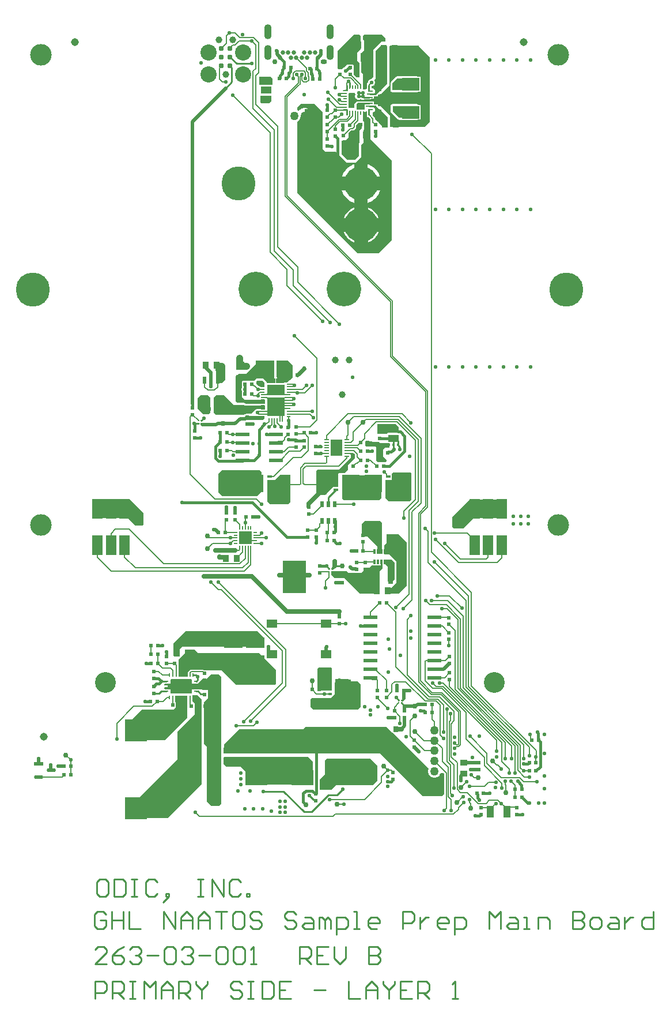
<source format=gtl>
G04*
G04 #@! TF.GenerationSoftware,Altium Limited,Altium Designer,24.9.1 (31)*
G04*
G04 Layer_Physical_Order=1*
G04 Layer_Color=255*
%FSLAX44Y44*%
%MOMM*%
G71*
G04*
G04 #@! TF.SameCoordinates,7F96DF23-6EF7-4123-9D03-ABB94F86F5D4*
G04*
G04*
G04 #@! TF.FilePolarity,Positive*
G04*
G01*
G75*
%ADD11C,0.1524*%
%ADD12C,0.2000*%
%ADD13C,0.2500*%
%ADD16C,0.1270*%
%ADD17C,0.2540*%
%ADD19R,0.6000X0.6000*%
%ADD20R,0.2000X0.6000*%
%ADD21R,0.6000X0.2000*%
%ADD22R,0.3000X0.4500*%
%ADD23R,1.6000X1.0000*%
%ADD24R,0.6000X0.6000*%
%ADD25R,2.0000X0.6000*%
%ADD26R,3.3000X3.1750*%
%ADD27R,0.6000X0.9000*%
%ADD28R,0.7064X0.2040*%
%ADD29R,1.7018X2.3876*%
%ADD30R,1.1500X1.4500*%
%ADD31R,1.5000X3.0000*%
%ADD32C,0.7620*%
%ADD33R,0.3000X0.6700*%
%ADD34R,1.8000X1.1500*%
%ADD35R,0.9500X1.0000*%
%ADD36R,0.6000X0.2400*%
%ADD37R,0.2400X0.6000*%
%ADD38R,2.7200X1.5300*%
%ADD39R,1.1500X1.8000*%
%ADD40R,1.5300X2.7200*%
%ADD41R,0.8000X0.9000*%
%ADD42R,0.7000X0.4000*%
%ADD43R,2.5100X2.5500*%
%ADD44R,1.0000X0.9500*%
%ADD45R,3.3020X2.2606*%
%ADD46R,1.2500X1.2500*%
%ADD47R,1.5500X1.3000*%
%ADD48R,3.4300X4.7000*%
%ADD49R,0.5000X1.0056*%
G04:AMPARAMS|DCode=51|XSize=1.3552mm|YSize=0.5625mm|CornerRadius=0.2812mm|HoleSize=0mm|Usage=FLASHONLY|Rotation=0.000|XOffset=0mm|YOffset=0mm|HoleType=Round|Shape=RoundedRectangle|*
%AMROUNDEDRECTD51*
21,1,1.3552,0.0000,0,0,0.0*
21,1,0.7928,0.5625,0,0,0.0*
1,1,0.5625,0.3964,0.0000*
1,1,0.5625,-0.3964,0.0000*
1,1,0.5625,-0.3964,0.0000*
1,1,0.5625,0.3964,0.0000*
%
%ADD51ROUNDEDRECTD51*%
%ADD52R,1.3552X0.5625*%
%ADD53R,2.6500X1.5300*%
%ADD54R,2.6500X2.7200*%
%ADD55R,0.4000X0.2000*%
%ADD56R,0.2000X0.4000*%
%ADD57R,1.0000X1.8000*%
%ADD58R,1.0000X0.9000*%
%ADD59R,1.6000X3.0000*%
%ADD60R,0.5000X0.3500*%
%ADD61R,2.5000X1.9000*%
%ADD62R,0.9500X0.2000*%
%ADD63R,1.0000X0.2000*%
%ADD64R,0.2000X0.6800*%
%ADD65R,0.2000X0.6500*%
%ADD66R,0.2000X0.7000*%
%ADD67R,0.6000X0.2000*%
%ADD68R,0.8000X2.0000*%
%ADD88R,3.0500X2.0500*%
%ADD137C,3.1750*%
%ADD138C,0.7874*%
%ADD139R,1.8999X1.8999*%
%ADD140C,0.3000*%
%ADD141C,0.1750*%
%ADD142C,0.1575*%
%ADD143C,0.1916*%
%ADD144C,1.1430*%
%ADD145C,0.3810*%
%ADD146C,0.5000*%
%ADD147C,2.0000*%
%ADD148C,1.0000*%
%ADD149C,0.6000*%
%ADD150C,0.6350*%
%ADD151C,0.2400*%
%ADD152C,2.3749*%
%ADD153C,0.9906*%
%ADD154C,5.0000*%
%ADD155C,1.2700*%
%ADD156C,0.7500*%
%ADD157O,0.9500X0.7500*%
%ADD158C,0.6500*%
%ADD159O,1.1000X2.2000*%
%ADD160C,5.0800*%
%ADD161C,3.0480*%
%ADD162C,0.5588*%
G36*
X374995Y948536D02*
Y929223D01*
X370308Y924536D01*
Y912224D01*
X373308Y909224D01*
Y887536D01*
X369321D01*
X364995Y891862D01*
X364995Y905838D01*
X364995Y906076D01*
X364265Y906806D01*
X364028Y906806D01*
X355343D01*
X351034Y902497D01*
X349974Y902058D01*
X348473Y900557D01*
X348241Y899997D01*
X342534D01*
X340995Y901536D01*
Y916729D01*
X341286Y918936D01*
Y926826D01*
X363683Y949223D01*
X364995Y950536D01*
X372995D01*
X374995Y948536D01*
D02*
G37*
G36*
X245995Y885936D02*
Y876936D01*
X225995D01*
X225995Y888936D01*
X242995D01*
X245995Y885936D01*
D02*
G37*
G36*
X411995Y945536D02*
Y941536D01*
X410995Y940536D01*
X405995D01*
X404995Y939536D01*
X394995Y929536D01*
Y929237D01*
X394927Y929169D01*
X394264Y928176D01*
X394031Y927006D01*
X394031Y927006D01*
Y888947D01*
X390767Y885683D01*
X390372D01*
X388411Y884871D01*
X386911Y883370D01*
X386099Y881410D01*
Y881015D01*
X384308Y879224D01*
Y878049D01*
X384145Y877887D01*
X384145Y877887D01*
X383732Y877268D01*
X383482Y876894D01*
Y876894D01*
X383482Y876894D01*
X383435Y876658D01*
X383249Y875724D01*
X383249Y875724D01*
X383249Y870224D01*
X380175D01*
X379369Y870558D01*
X378308D01*
Y872928D01*
X378367Y873224D01*
Y877224D01*
X378308Y877519D01*
Y893224D01*
X376367Y895165D01*
Y909224D01*
X376134Y910394D01*
X375471Y911386D01*
X375308Y911549D01*
Y922724D01*
X379995Y927411D01*
X379995Y941536D01*
Y942536D01*
X378307Y944225D01*
X378307Y948847D01*
X379995Y950536D01*
X406995D01*
X411995Y945536D01*
D02*
G37*
G36*
X356308Y875724D02*
Y867724D01*
X355808Y867224D01*
X349808D01*
X349308Y867724D01*
Y868724D01*
X349808Y869224D01*
X354308D01*
Y875724D01*
X354808Y876224D01*
X355808D01*
X356308Y875724D01*
D02*
G37*
G36*
X388308Y875724D02*
Y868724D01*
X392808D01*
X393308Y868224D01*
Y867224D01*
X392808Y866724D01*
X386808Y866724D01*
X386308Y867224D01*
X386308Y875724D01*
X386808Y876224D01*
X387808D01*
X388308Y875724D01*
D02*
G37*
G36*
X414308Y933223D02*
Y878224D01*
X400578Y864494D01*
X399038D01*
Y863224D01*
X395256Y863224D01*
X394870Y864494D01*
X394971Y864561D01*
X394971Y864561D01*
X395471Y865061D01*
X395471Y865061D01*
X396134Y866053D01*
X396367Y867224D01*
X396367Y867224D01*
Y868224D01*
X396367Y868224D01*
X396134Y869394D01*
X395471Y870387D01*
X395471Y870387D01*
X394971Y870887D01*
X393978Y871550D01*
X392808Y871783D01*
X392808Y871783D01*
X391367D01*
Y875015D01*
X392494D01*
X394454Y875827D01*
X395955Y877327D01*
X396767Y879288D01*
Y881410D01*
X395955Y883370D01*
X395205Y884120D01*
X397090Y886006D01*
Y927006D01*
X404620Y934536D01*
X412995D01*
X414308Y933223D01*
D02*
G37*
G36*
X460995Y933849D02*
X477000Y917844D01*
Y823000D01*
X469536Y815536D01*
X419637Y815536D01*
X418367Y815536D01*
Y829224D01*
X418308Y829519D01*
Y832224D01*
X402308Y848224D01*
X397668D01*
X397576Y848285D01*
X396308Y848537D01*
X394578D01*
Y851994D01*
X390700D01*
X390651Y852067D01*
X389576Y852785D01*
X388308Y853037D01*
X382949D01*
X382478Y853352D01*
X381308Y853585D01*
X371153D01*
X371153Y853585D01*
X369983Y853352D01*
X368990Y852689D01*
X368990Y852689D01*
X368597Y852295D01*
X367890Y852002D01*
X367393Y851670D01*
X366898Y851339D01*
X366235Y850347D01*
X366002Y849176D01*
Y843224D01*
X358134D01*
X357971Y843387D01*
X357971Y843387D01*
X357308Y843829D01*
Y864618D01*
X357971Y865061D01*
X357971Y865061D01*
X358134Y865224D01*
X366974D01*
Y864163D01*
X367570Y862724D01*
X366974Y861285D01*
Y859163D01*
X367786Y857202D01*
X369286Y855702D01*
X371247Y854890D01*
X373369D01*
X375308Y855693D01*
X377247Y854890D01*
X379369D01*
X380625Y855410D01*
X388308D01*
X389576Y855662D01*
X390651Y856381D01*
X390700Y856454D01*
X394578D01*
Y859910D01*
X396308D01*
X397576Y860162D01*
X397580Y860165D01*
X399038D01*
X400208Y860398D01*
X401201Y861061D01*
X401585Y861635D01*
X401749Y861668D01*
X402741Y862331D01*
X402741Y862331D01*
X403634Y863224D01*
X405308Y863224D01*
X417308Y875224D01*
Y877928D01*
X417367Y878224D01*
X417367Y878224D01*
Y933224D01*
X417357Y933273D01*
X418308Y934224D01*
X460995D01*
Y933849D01*
D02*
G37*
G36*
X243995Y852936D02*
X240995Y849936D01*
X229995D01*
X227995Y851936D01*
Y854936D01*
X227995Y859936D01*
Y860936D01*
X243995D01*
Y852936D01*
D02*
G37*
G36*
X381308Y841224D02*
X380308Y840224D01*
X370302Y840224D01*
X369061Y841279D01*
Y849176D01*
X370329Y849702D01*
X371153Y850526D01*
X381308D01*
Y841224D01*
D02*
G37*
G36*
X393308Y841224D02*
Y840224D01*
X392808Y839724D01*
X388308D01*
Y832724D01*
X387808Y832224D01*
X386808D01*
X386308Y832724D01*
X386308Y841224D01*
X386808Y841724D01*
X392808Y841724D01*
X393308Y841224D01*
D02*
G37*
G36*
X355808D02*
X356308Y840724D01*
X356308Y832724D01*
X355808Y832224D01*
X354808D01*
X354308Y832724D01*
Y839224D01*
X349808D01*
X349308Y839724D01*
X349308Y840724D01*
X349808Y841224D01*
X355808Y841224D01*
D02*
G37*
G36*
X319000Y837000D02*
X319000Y783000D01*
X323000Y779000D01*
X339000D01*
X355000Y763000D01*
X368000D01*
X375995Y770995D01*
Y788536D01*
X379308Y791849D01*
X379308Y810898D01*
X379471Y811061D01*
X380134Y812053D01*
X380367Y813224D01*
X380367Y813224D01*
Y821224D01*
X380308Y821519D01*
Y822224D01*
X380127Y822404D01*
X379471Y823387D01*
X378489Y824043D01*
X378308Y824223D01*
Y837165D01*
X380308D01*
X380308Y837165D01*
X381478Y837398D01*
X381979Y837732D01*
X383248Y837114D01*
X383249Y837113D01*
X383249Y832724D01*
X383482Y831553D01*
X383732Y831180D01*
X384145Y830561D01*
X384145Y830561D01*
X384645Y830061D01*
X384645Y830061D01*
X385637Y829398D01*
X386808Y829165D01*
X386808Y829165D01*
X386867D01*
X389308Y826724D01*
Y797224D01*
X421000Y765531D01*
Y649000D01*
X402000Y630000D01*
X371000D01*
X282000Y719000D01*
X282000Y823013D01*
X283741Y824018D01*
X284086Y824363D01*
X284086Y824362D01*
X285482Y825759D01*
X286713Y827891D01*
X287351Y830269D01*
Y831500D01*
X293000D01*
Y841500D01*
X298379D01*
X297381Y842076D01*
X294494Y842850D01*
X291506D01*
X288619Y842076D01*
X286031Y840582D01*
X284086Y838637D01*
X283741Y838982D01*
X282000Y839987D01*
Y844000D01*
X287000Y849000D01*
X307000D01*
X319000Y837000D01*
D02*
G37*
G36*
X400308Y841224D02*
X403308D01*
X415308Y829224D01*
Y815536D01*
X407995Y815536D01*
X401265Y822266D01*
Y822806D01*
X400726D01*
X396367Y827165D01*
Y827224D01*
X396134Y828394D01*
X395471Y829387D01*
X395471Y829387D01*
X392808Y832049D01*
Y836665D01*
X393978Y836898D01*
X394971Y837561D01*
X394971Y837561D01*
X395471Y838061D01*
X396134Y839053D01*
X396367Y840224D01*
X396367Y840224D01*
Y841224D01*
X396367Y841224D01*
X396134Y842394D01*
X395471Y843387D01*
X395471Y843387D01*
X395150Y843708D01*
X395345Y844514D01*
X395623Y844978D01*
X396449Y845083D01*
X400308Y841224D01*
D02*
G37*
G36*
X377308Y813224D02*
X373308Y809224D01*
Y792224D01*
X372308Y791224D01*
Y771848D01*
X366995Y766536D01*
X355995D01*
X346995Y775536D01*
Y793536D01*
X348995Y795536D01*
X352995D01*
X357308Y799848D01*
Y805866D01*
X361162Y809720D01*
X363620D01*
X364698Y809934D01*
X365611Y810545D01*
X367987Y812920D01*
X368597Y813833D01*
X368811Y814911D01*
Y817727D01*
X372308Y821224D01*
X377308D01*
Y813224D01*
D02*
G37*
G36*
X275225Y465775D02*
Y460950D01*
Y446992D01*
X267225Y440325D01*
X267151Y440251D01*
X265799D01*
X262865Y440251D01*
X261990Y439376D01*
X251460D01*
X250990Y439846D01*
Y445906D01*
X251460Y446376D01*
X252949D01*
X252816Y447047D01*
X252153Y448039D01*
X252153Y448039D01*
X251653Y448539D01*
X251225Y448825D01*
Y472000D01*
X269000D01*
X275225Y465775D01*
D02*
G37*
G36*
X248166Y448825D02*
X248225Y448529D01*
Y448228D01*
X248340Y447950D01*
X248399Y447654D01*
X248475Y447541D01*
X248164Y447076D01*
Y447076D01*
X248164Y447076D01*
X248025Y446376D01*
X249490D01*
X249990Y445876D01*
X249990Y439876D01*
X249490Y439376D01*
X238460Y439376D01*
X237460Y440376D01*
Y440802D01*
X237184D01*
X237099Y440881D01*
X237051Y441121D01*
X236388Y442113D01*
X236388Y442113D01*
X233388Y445113D01*
X232395Y445776D01*
X231225Y446009D01*
X231225Y446009D01*
X223225D01*
X223225Y446009D01*
X222054Y445776D01*
X221062Y445113D01*
X221062Y445113D01*
X220062Y444113D01*
X219399Y443121D01*
X219350Y442876D01*
X201490D01*
X200490Y441876D01*
Y432457D01*
X199891Y431011D01*
Y428889D01*
X200490Y427443D01*
Y418876D01*
X204490Y414876D01*
X206151D01*
X206225Y414950D01*
X228564D01*
X228990Y415376D01*
X233990D01*
X234990Y414376D01*
Y413650D01*
X234990Y413649D01*
Y411237D01*
X234990Y411237D01*
Y409376D01*
X233990Y408376D01*
X228990D01*
X227990Y409376D01*
Y410236D01*
X227819Y410202D01*
X226827Y409539D01*
X226827Y409539D01*
X226238Y408950D01*
X206225D01*
X206012Y409163D01*
X205764Y409329D01*
X205764Y409329D01*
X205764Y409329D01*
X205761Y409330D01*
X205761Y409330D01*
X205020Y409826D01*
X203849Y410059D01*
X203849Y410059D01*
X194292D01*
X191475Y412876D01*
Y448361D01*
X195990Y452876D01*
X207151D01*
X221225Y466950D01*
Y472000D01*
X248166D01*
Y448825D01*
D02*
G37*
G36*
X176340Y465230D02*
Y443898D01*
X171506Y439064D01*
X162506D01*
Y457064D01*
X161506Y458064D01*
Y469064D01*
X172506D01*
X176340Y465230D01*
D02*
G37*
G36*
X234225Y439950D02*
Y432950D01*
X228768D01*
X227321Y434398D01*
X225360Y435210D01*
X224965D01*
X222225Y437950D01*
Y441950D01*
X223225Y442950D01*
X231225D01*
X234225Y439950D01*
D02*
G37*
G36*
X188570Y407000D02*
X203849D01*
X204062Y406787D01*
X204062Y406787D01*
X205054Y406124D01*
X206225Y405891D01*
X206225Y405891D01*
X226238D01*
X227063Y406055D01*
X227819Y405550D01*
X227990Y405516D01*
Y406376D01*
X228990Y407376D01*
X233990D01*
X234990Y406376D01*
Y404515D01*
X234990Y404515D01*
Y402251D01*
X234990Y402250D01*
Y401376D01*
X234891Y401277D01*
Y401276D01*
X234549Y400934D01*
X234548D01*
X233990Y400376D01*
X228990D01*
X228431Y400934D01*
X225661D01*
X225661Y400934D01*
X225475Y400897D01*
X224722Y401209D01*
X222600D01*
X220639Y400397D01*
X220618Y400376D01*
X220376D01*
X214009Y394009D01*
X207225D01*
X207225Y394009D01*
X206054Y393776D01*
X205222Y393220D01*
X203955D01*
Y393000D01*
X162570Y393000D01*
X159506Y396064D01*
Y418064D01*
X162506Y421064D01*
X174506D01*
X188570Y407000D01*
D02*
G37*
G36*
X143006Y421564D02*
X150506D01*
X154506Y417564D01*
Y396064D01*
X152006Y393564D01*
X149006D01*
X143506Y393564D01*
X135506Y401564D01*
Y417064D01*
X140006Y421564D01*
X143006Y421564D01*
D02*
G37*
G36*
X222600Y390541D02*
X224722D01*
X225391Y390818D01*
X225399Y390817D01*
X225399Y390817D01*
X234225D01*
Y387950D01*
X231225Y384950D01*
X205225D01*
Y388950D01*
X207225Y390950D01*
X221614D01*
X222600Y390541D01*
D02*
G37*
G36*
X431000Y375000D02*
Y366000D01*
X415000D01*
X414000Y365000D01*
X400000D01*
Y379000D01*
X400390Y379390D01*
X426610D01*
X431000Y375000D01*
D02*
G37*
G36*
X393000Y353000D02*
X402000D01*
X404000Y351000D01*
X418000D01*
Y345000D01*
X417000Y344000D01*
X411000D01*
X408000Y341000D01*
Y332000D01*
X413000Y327000D01*
X413000D01*
Y324000D01*
X412000Y323000D01*
X401000D01*
X398000Y326000D01*
X398000Y345000D01*
X397000Y346000D01*
X384000D01*
X382000Y348000D01*
Y354000D01*
X392000D01*
X393000Y353000D01*
D02*
G37*
G36*
X406000Y271000D02*
X402000Y267000D01*
X351000D01*
X348000Y270000D01*
Y278710D01*
X348270Y278980D01*
Y303941D01*
X352000D01*
X352000Y303941D01*
X352296Y304000D01*
X406000D01*
Y271000D01*
D02*
G37*
G36*
X230000Y308000D02*
Y280000D01*
X223000Y273000D01*
X172000Y273000D01*
X166000Y279000D01*
Y306000D01*
X171000Y311000D01*
X227000D01*
X230000Y308000D01*
D02*
G37*
G36*
X449000D02*
X450000Y307000D01*
X450000Y268000D01*
X448000Y266000D01*
X417000D01*
X412000Y271000D01*
Y297000D01*
X421000D01*
Y306000D01*
X423000Y308000D01*
X432000D01*
X449000Y308000D01*
D02*
G37*
G36*
X272000Y276000D02*
X272000Y264000D01*
X269000Y261000D01*
X242000Y261000D01*
X238000Y265000D01*
X238000Y297000D01*
X249000D01*
X257000Y305000D01*
X272000D01*
Y276000D01*
D02*
G37*
G36*
X367000Y334017D02*
Y329000D01*
X357000Y319000D01*
Y312000D01*
X352000Y307000D01*
X343000D01*
X342000Y306000D01*
Y287000D01*
X335000D01*
X323000Y275000D01*
X316500D01*
X302000Y260500D01*
Y256000D01*
X296000D01*
Y264000D01*
X310000Y278000D01*
Y310000D01*
X312000Y312000D01*
X343000D01*
X361000Y330000D01*
Y334000D01*
X360000Y335000D01*
Y337000D01*
X364017D01*
X367000Y334017D01*
D02*
G37*
G36*
X56000Y249000D02*
Y232000D01*
X54000Y230000D01*
X44000D01*
X33000Y241000D01*
X-19000D01*
Y269000D01*
X36000D01*
X56000Y249000D01*
D02*
G37*
G36*
X588000Y241000D02*
X541000D01*
X526000Y226000D01*
X512000D01*
X510000Y228000D01*
Y243000D01*
X535000Y268000D01*
X588000D01*
Y241000D01*
D02*
G37*
G36*
X407000Y234000D02*
Y201296D01*
X406941Y201000D01*
X406941Y201000D01*
Y189000D01*
X400000D01*
Y199000D01*
X385000Y214000D01*
X377000D01*
Y233000D01*
X381000Y237000D01*
X404000D01*
X407000Y234000D01*
D02*
G37*
G36*
X407500Y167851D02*
X403000Y163351D01*
Y130000D01*
X374000Y130000D01*
X351000Y153000D01*
X337000D01*
X332000Y158000D01*
Y161000D01*
Y163000D01*
X355000D01*
X357000Y161000D01*
X376000D01*
X380000Y165000D01*
Y168000D01*
X388000D01*
X392000Y172000D01*
X404500D01*
Y180000D01*
X407500D01*
Y167851D01*
D02*
G37*
G36*
X425000Y176000D02*
Y151000D01*
X422000Y148000D01*
X415000D01*
X415000Y169800D01*
X411000Y173800D01*
X411000Y180000D01*
X421000D01*
X425000Y176000D01*
D02*
G37*
G36*
X431000Y217000D02*
X443000Y205000D01*
Y142000D01*
X431000Y130000D01*
X411000D01*
Y139000D01*
X421000D01*
X428000Y146000D01*
Y150704D01*
X428059Y151000D01*
X428059Y151000D01*
Y176000D01*
X428000Y176295D01*
Y178000D01*
X418000Y188000D01*
X410000D01*
Y201000D01*
X415000Y206000D01*
Y217000D01*
X431000Y217000D01*
D02*
G37*
G36*
X232000Y67000D02*
Y52000D01*
X113000D01*
X109000Y48000D01*
Y39326D01*
X108857Y39183D01*
X108741Y39009D01*
X108727Y39000D01*
X100000D01*
Y57000D01*
X118000Y75000D01*
X224000D01*
X232000Y67000D01*
D02*
G37*
G36*
X170000Y8000D02*
Y2000D01*
X170000Y-178000D01*
X167000Y-181000D01*
X155000Y-181000D01*
X149000Y-175000D01*
Y-94000D01*
X145059Y-90059D01*
Y-28941D01*
X151000Y-23000D01*
Y-11000D01*
X143000D01*
X142000Y-10000D01*
X136460D01*
X136277Y-9964D01*
X135804D01*
X135741Y-10027D01*
X127491D01*
Y-15527D01*
X126491Y-16527D01*
X96991D01*
X95991Y-15527D01*
Y-10027D01*
X87741D01*
X86741Y-9027D01*
Y-8027D01*
X87741Y-7027D01*
X91991D01*
Y-4527D01*
X87741D01*
X86741Y-3527D01*
Y-2527D01*
X87741Y-1527D01*
X95991D01*
Y3973D01*
X96991Y4973D01*
X126491D01*
X127491Y3973D01*
Y-1527D01*
X135741D01*
X142268Y5000D01*
X148000D01*
X155000Y12000D01*
X166000D01*
X170000Y8000D01*
D02*
G37*
G36*
X136000Y43000D02*
X226000D01*
X251000Y18000D01*
X251000Y-2000D01*
X249000Y-4000D01*
X192000D01*
X170000Y18000D01*
X144978D01*
X144078Y18602D01*
X143000Y18816D01*
X126000D01*
X124922Y18602D01*
X124022Y18000D01*
X124000D01*
X121000Y15000D01*
Y8031D01*
X108000D01*
Y34000D01*
X110730Y36730D01*
X111020D01*
Y37020D01*
X117000Y43000D01*
Y48000D01*
X131000D01*
X136000Y43000D01*
D02*
G37*
G36*
X331000Y22000D02*
X333005Y19995D01*
X333005Y-12286D01*
X324558D01*
X323061Y-11666D01*
X320939D01*
X319442Y-12286D01*
X312005D01*
X312005Y20005D01*
X314000Y22000D01*
X331000Y22000D01*
D02*
G37*
G36*
X345755Y4964D02*
X357505D01*
Y1464D01*
X371005D01*
X375005Y-2536D01*
Y-35995D01*
X371000Y-40000D01*
X306000Y-40000D01*
X302000Y-36000D01*
Y-25000D01*
X304000Y-23000D01*
X331000D01*
X337005Y-16995D01*
X337005Y-13911D01*
Y-536D01*
X337755Y214D01*
Y4964D01*
X342255D01*
Y5714D01*
X345755D01*
Y4964D01*
D02*
G37*
G36*
X120000Y-27000D02*
Y-52000D01*
X87000Y-85000D01*
X31000D01*
Y-63000D01*
X54000Y-40000D01*
X100000D01*
X102730Y-37270D01*
X103270D01*
Y-28730D01*
X103000D01*
Y-20000D01*
X120000D01*
Y-27000D01*
D02*
G37*
G36*
X304951Y-116805D02*
Y-140805D01*
X295951Y-149805D01*
X215810D01*
X207950Y-141945D01*
Y-132375D01*
X199380Y-123805D01*
X177950D01*
X173951Y-119805D01*
Y-110805D01*
X174951Y-109805D01*
X297950D01*
X304951Y-116805D01*
D02*
G37*
G36*
X399950Y-121805D02*
Y-143805D01*
X392951Y-150805D01*
X338951D01*
X331950Y-157805D01*
X315951D01*
X314951Y-156805D01*
Y-142805D01*
X322951Y-134805D01*
Y-114805D01*
X325951Y-111805D01*
X389951D01*
X399950Y-121805D01*
D02*
G37*
G36*
X421730Y-73730D02*
Y-74270D01*
X422270D01*
X474967Y-126967D01*
X474350Y-129269D01*
Y-131731D01*
X474987Y-134109D01*
X476218Y-136241D01*
X476563Y-136586D01*
X476562Y-136586D01*
X477959Y-137982D01*
X480091Y-139213D01*
X482469Y-139851D01*
X483700D01*
X484931D01*
X487309Y-139213D01*
X489441Y-137982D01*
X490837Y-136586D01*
X490837Y-136586D01*
X491182Y-136241D01*
X492413Y-134109D01*
X492710Y-133000D01*
X497000D01*
X498390Y-134390D01*
Y-163610D01*
X495000Y-167000D01*
X467000Y-167000D01*
X404000Y-104000D01*
X175002D01*
Y-91000D01*
X196001Y-70001D01*
X197000Y-69000D01*
X291002D01*
X295002Y-65000D01*
X413000D01*
X421730Y-73730D01*
D02*
G37*
G36*
X142000Y-25000D02*
Y-149000D01*
X92000Y-199000D01*
X30000D01*
Y-170000D01*
X49000D01*
X106000Y-113000D01*
Y-72000D01*
X131000Y-47000D01*
Y-31000D01*
X128000Y-28000D01*
Y-19127D01*
X128190Y-19000D01*
X136000D01*
X142000Y-25000D01*
D02*
G37*
%LPC*%
G36*
X429244Y889282D02*
X428073Y889050D01*
X427081Y888387D01*
X427081Y888386D01*
X420081Y881386D01*
X419418Y880394D01*
X419185Y879224D01*
X419185Y879223D01*
Y869224D01*
X419418Y868053D01*
X420081Y867061D01*
X421073Y866398D01*
X422244Y866165D01*
X458244D01*
X459414Y866398D01*
X460247Y866954D01*
X463078D01*
Y888494D01*
X460247D01*
X459414Y889050D01*
X458244Y889282D01*
X429244D01*
X429244Y889282D01*
D02*
G37*
G36*
X457808Y848782D02*
X422308D01*
X421137Y848550D01*
X420145Y847887D01*
X419482Y846894D01*
X419249Y845724D01*
Y838224D01*
X419482Y837053D01*
X420145Y836061D01*
X420145Y836061D01*
X429645Y826561D01*
X430637Y825898D01*
X431808Y825665D01*
X431808Y825665D01*
X457808D01*
X458978Y825898D01*
X459062Y825954D01*
X463078D01*
Y847494D01*
X460233D01*
X459971Y847887D01*
X458978Y848550D01*
X457808Y848782D01*
D02*
G37*
%LPD*%
G36*
X458244Y869224D02*
X422244D01*
Y879224D01*
X429244Y886224D01*
X458244D01*
Y869224D01*
D02*
G37*
G36*
X457808Y828724D02*
X431808D01*
X422308Y838224D01*
Y845724D01*
X457808D01*
Y828724D01*
D02*
G37*
%LPC*%
G36*
X385750Y760295D02*
Y742000D01*
X404045D01*
X403552Y743516D01*
X401409Y747723D01*
X398633Y751544D01*
X395294Y754883D01*
X391474Y757658D01*
X387266Y759802D01*
X385750Y760295D01*
D02*
G37*
G36*
X365750D02*
X364234Y759802D01*
X360027Y757658D01*
X356207Y754883D01*
X352868Y751544D01*
X350092Y747723D01*
X347948Y743516D01*
X347456Y742000D01*
X365750D01*
Y760295D01*
D02*
G37*
G36*
X404045Y722000D02*
X385750D01*
Y703705D01*
X387266Y704198D01*
X391474Y706342D01*
X395294Y709117D01*
X398633Y712456D01*
X401409Y716277D01*
X403552Y720484D01*
X404045Y722000D01*
D02*
G37*
G36*
X365750D02*
X347456D01*
X347948Y720484D01*
X350092Y716277D01*
X352868Y712456D01*
X356207Y709117D01*
X360027Y706342D01*
X364234Y704198D01*
X365750Y703705D01*
Y722000D01*
D02*
G37*
G36*
X378167Y698540D02*
X377270D01*
Y672270D01*
X403540D01*
Y673167D01*
X402862Y677449D01*
X401522Y681572D01*
X399554Y685434D01*
X397006Y688941D01*
X393941Y692006D01*
X390434Y694554D01*
X386572Y696522D01*
X382449Y697862D01*
X378167Y698540D01*
D02*
G37*
G36*
X374730D02*
X373833D01*
X369551Y697862D01*
X365428Y696522D01*
X361566Y694554D01*
X358059Y692006D01*
X354994Y688941D01*
X352446Y685434D01*
X350478Y681572D01*
X349138Y677449D01*
X348460Y673167D01*
Y672270D01*
X374730D01*
Y698540D01*
D02*
G37*
G36*
X403540Y669730D02*
X377270D01*
Y643460D01*
X378167D01*
X382449Y644138D01*
X386572Y645478D01*
X390434Y647446D01*
X393941Y649994D01*
X397006Y653059D01*
X399554Y656566D01*
X401522Y660428D01*
X402862Y664551D01*
X403540Y668832D01*
Y669730D01*
D02*
G37*
G36*
X374730D02*
X348460D01*
Y668832D01*
X349138Y664551D01*
X350478Y660428D01*
X352446Y656566D01*
X354994Y653059D01*
X358059Y649994D01*
X361566Y647446D01*
X365428Y645478D01*
X369551Y644138D01*
X373833Y643460D01*
X374730D01*
Y669730D01*
D02*
G37*
%LPD*%
D11*
X390000Y326000D02*
X399000Y317000D01*
X385000Y326000D02*
X390000D01*
X370000Y331000D02*
X375000Y326000D01*
X364000Y317000D02*
X368500Y321500D01*
X370500D02*
X375000Y326000D01*
X368500Y321500D02*
X370500D01*
X221000Y890743D02*
X225000Y894743D01*
X217826Y946174D02*
X225000Y939000D01*
Y894743D02*
Y939000D01*
X221000Y848000D02*
X253000Y816000D01*
X221000Y848000D02*
Y890743D01*
X217000Y897000D02*
X221000Y901000D01*
Y934951D01*
X214976Y940976D02*
X221000Y934951D01*
X197826Y946174D02*
X217826D01*
X196976Y940976D02*
X214976D01*
X191000Y935000D02*
X196976Y940976D01*
X182106Y953000D02*
X191000D01*
X197826Y946174D01*
X182000Y952738D02*
Y953000D01*
X178000Y948738D02*
X182000Y952738D01*
X178000Y938050D02*
Y948738D01*
X187000Y935000D02*
X191000D01*
X217000Y842000D02*
Y897000D01*
Y842000D02*
X248000Y811000D01*
X253000Y639000D02*
X283000Y609000D01*
X253000Y639000D02*
Y816000D01*
X242000Y631000D02*
X267000Y606000D01*
X242000Y631000D02*
Y807000D01*
X187000Y862000D02*
X242000Y807000D01*
X248000Y633000D02*
X276000Y605000D01*
X248000Y633000D02*
Y811000D01*
X283000Y587000D02*
Y609000D01*
Y587000D02*
X283000D01*
X344000Y526000D01*
X276000Y582000D02*
Y605000D01*
Y582000D02*
X330000Y528000D01*
X267000Y582000D02*
Y606000D01*
Y582000D02*
X319000Y530000D01*
X183350Y930700D02*
Y931350D01*
X187000Y935000D01*
X170650Y930700D02*
X178000Y938050D01*
X170000Y903232D02*
Y905300D01*
X168000Y885000D02*
Y901232D01*
X170000Y903232D01*
X168000Y885000D02*
X172000Y881000D01*
X311000Y385000D02*
Y476000D01*
X278000Y509000D02*
X311000Y476000D01*
X172000Y881000D02*
X177000D01*
X433000Y-60000D02*
Y-50000D01*
X425000Y-42000D02*
X433000Y-50000D01*
X161000Y269000D02*
X222262D01*
X124762Y305238D02*
Y389762D01*
Y305238D02*
X161000Y269000D01*
X222262D02*
X230000Y261262D01*
Y261000D02*
Y261262D01*
X436000Y394000D02*
X449000Y381000D01*
X357000Y394000D02*
X436000D01*
X325038Y362038D02*
X357000Y394000D01*
X325038Y356000D02*
Y362038D01*
X432000Y390000D02*
X464000Y358000D01*
Y263000D02*
Y358000D01*
X365000Y390000D02*
X432000D01*
X460000Y266000D02*
Y356000D01*
X456000Y268000D02*
Y355000D01*
X446000Y252000D02*
X460000Y266000D01*
X451000Y250000D02*
X464000Y263000D01*
X430000Y386000D02*
X460000Y356000D01*
X439000Y251000D02*
X456000Y268000D01*
X428794Y382206D02*
X456000Y355000D01*
X370000Y331000D02*
Y335000D01*
X365000Y340000D02*
X370000Y335000D01*
X354962Y340000D02*
X365000D01*
X310469Y-17000D02*
X322000D01*
X304005Y-10536D02*
X310469Y-17000D01*
X322018Y-17018D02*
X329987D01*
X322000Y-17000D02*
X322018Y-17018D01*
X329987D02*
X330005Y-17036D01*
X303737Y2732D02*
X304005Y2464D01*
Y-10536D02*
Y2464D01*
X383000Y386000D02*
X430000D01*
X398206Y382206D02*
X428794D01*
X379000Y382000D02*
X383000Y386000D01*
X364000Y355000D02*
Y367000D01*
X361000Y352000D02*
X364000Y355000D01*
Y367000D02*
X379000Y382000D01*
X380907Y357907D02*
Y364907D01*
X398206Y382206D01*
X354962Y352000D02*
X361000D01*
X375000Y352000D02*
X380907Y357907D01*
X371000Y348000D02*
X375000Y352000D01*
X357000Y382000D02*
X365000Y390000D01*
X439000Y241000D02*
Y251000D01*
X446000Y129000D02*
Y252000D01*
X451000Y121000D02*
Y250000D01*
X357000Y363000D02*
Y382000D01*
X354962Y348000D02*
X371000D01*
X370000Y344000D02*
X375000Y339000D01*
X354962Y344000D02*
X370000D01*
X250490Y404226D02*
X256490Y398226D01*
Y384876D02*
Y398226D01*
X427000Y110000D02*
X446000Y129000D01*
X288000Y330000D02*
X298000Y340000D01*
X276000Y330000D02*
X288000D01*
X247750Y301750D02*
X276000Y330000D01*
X241500Y301750D02*
X247750D01*
X124762Y389762D02*
X128000Y393000D01*
Y392725D02*
X136950Y383775D01*
X128000Y392725D02*
Y393000D01*
X470000Y226000D02*
X474000Y222000D01*
Y176000D02*
Y222000D01*
Y176000D02*
X530000Y120000D01*
X438000Y108000D02*
X451000Y121000D01*
X332995Y834536D02*
X337995Y839536D01*
X69000Y-35000D02*
X76000Y-28000D01*
X17000Y-60000D02*
X42000Y-35000D01*
X69000D01*
X17000Y-83000D02*
Y-60000D01*
X83684Y10722D02*
X94241D01*
X71000Y16000D02*
X78406D01*
X83684Y10722D01*
X67000Y54000D02*
X67000Y54000D01*
Y41000D02*
Y54000D01*
X77000Y28000D02*
Y41000D01*
Y28000D02*
X84000Y21000D01*
X96000D01*
X99241Y17759D01*
Y10722D02*
Y17759D01*
X90000Y28000D02*
X102000D01*
X104241Y25759D01*
Y10722D02*
Y25759D01*
X90722Y-22278D02*
X94241D01*
X85000Y-28000D02*
X90722Y-22278D01*
X76000Y-28000D02*
X85000D01*
X143000Y16000D02*
X146000Y13000D01*
X126000Y16000D02*
X143000D01*
X124241Y14241D02*
X126000Y16000D01*
X124241Y10722D02*
Y14241D01*
X155000Y147000D02*
X166000Y136000D01*
X260000Y-1245D02*
Y46000D01*
X166000Y136000D02*
X170000D01*
X260000Y46000D01*
X203246Y-58000D02*
X260000Y-1245D01*
X265000Y-5114D02*
Y48000D01*
X213246Y-56869D02*
X265000Y-5114D01*
X166000Y147000D02*
X265000Y48000D01*
X132000Y-191000D02*
X138000Y-197000D01*
X335000D01*
X124241Y-33241D02*
X127000Y-36000D01*
X124241Y-33241D02*
Y-22278D01*
X99000Y-33000D02*
X99241Y-32759D01*
Y-22278D01*
X192000Y-64000D02*
X218000D01*
X223000Y-59000D01*
X610174Y-125174D02*
Y-92174D01*
X526000Y-8000D02*
X610174Y-92174D01*
X582174Y-140174D02*
X609174D01*
X561000Y-119000D02*
X582174Y-140174D01*
X609174D02*
X615000Y-146000D01*
X634000D01*
X616000Y-139000D02*
X623000D01*
X606176Y-129176D02*
X616000Y-139000D01*
X427000Y23049D02*
X474493Y-24444D01*
X413000Y117000D02*
X427000Y103000D01*
Y23049D02*
Y103000D01*
X538000Y-5146D02*
X633170Y-100316D01*
Y-108830D02*
Y-100316D01*
X633000Y-118000D02*
X633000Y-118000D01*
Y-109000D02*
X633170Y-108830D01*
X633000Y-118000D02*
Y-109000D01*
X610174Y-125174D02*
X615000Y-130000D01*
X606176Y-129176D02*
Y-92961D01*
X602000Y-133000D02*
Y-93000D01*
X518000Y-9000D02*
X602000Y-93000D01*
X615000Y-130000D02*
X623000D01*
X324000Y139000D02*
Y148542D01*
X328995Y153536D02*
Y162536D01*
X324000Y148542D02*
X328995Y153536D01*
X314995Y160536D02*
X316995Y162536D01*
X328995D01*
X303938Y397938D02*
X304000Y398000D01*
X269552Y397938D02*
X303938D01*
X269490Y397876D02*
X269552Y397938D01*
X269490Y393876D02*
X269728Y393638D01*
X300362D01*
X306000Y388000D01*
X300950Y374950D02*
X311000Y385000D01*
X280225Y374950D02*
X300950D01*
X293995Y885936D02*
Y895005D01*
X292000Y897000D02*
X293995Y895005D01*
X279234Y897000D02*
X292000D01*
X298000Y340000D02*
Y360000D01*
X379000Y193000D02*
X380200Y191800D01*
X396000D01*
X379000Y193000D02*
X379000Y193000D01*
Y206000D01*
X354962Y360962D02*
X357000Y363000D01*
X282000Y425000D02*
X293000D01*
X281124Y425876D02*
X282000Y425000D01*
X269490Y425876D02*
X281124D01*
X269728Y430114D02*
X290114D01*
X296000Y436000D01*
X293000Y425000D02*
X304000Y436000D01*
X269490Y429876D02*
X269728Y430114D01*
X292000Y366000D02*
X298000Y360000D01*
X292000Y366000D02*
Y366000D01*
X290950Y364950D02*
X292000Y366000D01*
X280225Y364950D02*
X290950D01*
X179000Y366000D02*
X181000Y364000D01*
X187000D01*
X179000Y353000D02*
X180000Y352000D01*
X187000D01*
X327000Y865706D02*
X344483Y848224D01*
X327000Y865706D02*
Y866000D01*
X344483Y848224D02*
X352308D01*
X339702Y844298D02*
X352308D01*
X328000Y856000D02*
X339702Y844298D01*
X352308Y844224D02*
Y844298D01*
X443464Y92464D02*
X449000Y98000D01*
X443464Y10536D02*
X475650Y-21650D01*
X443464Y10536D02*
Y92464D01*
X479000Y190853D02*
Y776000D01*
X193000Y182000D02*
X201761Y190761D01*
Y197536D01*
X190760Y238536D02*
X197761Y231536D01*
Y226536D02*
Y231536D01*
X176000Y236775D02*
X177761Y238536D01*
X176000Y220000D02*
Y236775D01*
Y220000D02*
X176036Y220036D01*
X191261D01*
X184000Y204000D02*
X187798Y207798D01*
X191023D02*
X191261Y208036D01*
X187798Y207798D02*
X191023D01*
X158000Y204000D02*
X184000D01*
X150000Y196000D02*
X158000Y204000D01*
X150000Y215000D02*
X153000Y212000D01*
X184000D01*
X471000Y120000D02*
X477000Y114000D01*
X501142D01*
X369000Y176000D02*
X382000D01*
X383000Y177000D01*
X396000D01*
X505000Y85000D02*
X514000Y76000D01*
Y-10146D02*
Y76000D01*
X505000Y54000D02*
Y63000D01*
X481000Y-9000D02*
X495000D01*
X469880Y2120D02*
Y30987D01*
Y2120D02*
X481000Y-9000D01*
X504000Y-168000D02*
X508000Y-172000D01*
X502174Y-116174D02*
X507000Y-121000D01*
X505380Y-114380D02*
Y-57620D01*
X517078Y-157078D02*
Y-118274D01*
X508000Y-188000D02*
Y-172000D01*
X502174Y-116174D02*
Y-39174D01*
X508174Y-60826D02*
X512718Y-56282D01*
X504000Y-168000D02*
Y-125000D01*
X505380Y-114380D02*
X512000Y-121000D01*
Y-155000D02*
Y-121000D01*
X508174Y-109370D02*
Y-60826D01*
X488444Y-24444D02*
X497000Y-33000D01*
Y-73000D02*
Y-33000D01*
X522000Y-162000D02*
X532000D01*
X475650Y-21650D02*
X491650D01*
X512718Y-42718D01*
X486238Y-27238D02*
X492000Y-33000D01*
Y-77000D02*
Y-33000D01*
X517078Y-157078D02*
X522000Y-162000D01*
X508174Y-109370D02*
X517078Y-118274D01*
X512718Y-56282D02*
Y-42718D01*
X501206Y-184794D02*
Y-133006D01*
X483700Y-115500D02*
X501206Y-133006D01*
X498000Y-188000D02*
X501206Y-184794D01*
X495186Y-116186D02*
X504000Y-125000D01*
X492000Y-77000D02*
X497000Y-82000D01*
X507000Y-163000D02*
X510000Y-166000D01*
X507000Y-163000D02*
Y-121000D01*
X535000Y-176367D02*
X537000Y-178367D01*
X535000Y-176367D02*
Y-172000D01*
X537000Y-185000D02*
Y-178367D01*
X532000Y-162000D02*
X548000Y-178000D01*
X559500D01*
X593675Y-182825D02*
X603825D01*
X518785Y-186215D02*
Y-184215D01*
X527000Y-176000D01*
X511348Y-193652D02*
X518785Y-186215D01*
X338348Y-193652D02*
X511348D01*
X335000Y-197000D02*
X338348Y-193652D01*
X517500Y-176000D02*
X525500Y-168000D01*
X517000Y-176000D02*
X517500D01*
X525500Y-168000D02*
X526000D01*
X535107Y-153000D02*
X557000D01*
X563000Y-147000D01*
X523000Y-154000D02*
X531000Y-146000D01*
X542000Y-140000D02*
X548000D01*
X538000Y-136000D02*
X542000Y-140000D01*
X483454Y31880D02*
X499880D01*
X469880Y30987D02*
X470773Y31880D01*
X483454D01*
X425000Y1000D02*
X441500D01*
X474493Y-24444D02*
X488444D01*
X469738Y-27238D02*
X486238D01*
X441500Y1000D02*
X469738Y-27238D01*
X559500Y-178000D02*
X564326Y-173174D01*
X577174D01*
X582000Y-178000D01*
Y-178000D02*
Y-178000D01*
X563000Y-147000D02*
X574000D01*
X530000Y-83000D02*
X557000Y-110000D01*
Y-122000D02*
X583000Y-148000D01*
X557000Y-122000D02*
Y-110000D01*
X530000Y-83000D02*
Y-44000D01*
X526000Y-8000D02*
Y97000D01*
X530000Y-7000D02*
X615000Y-92000D01*
Y-112000D02*
Y-92000D01*
X530000Y-7000D02*
Y120000D01*
X534000Y-6000D02*
Y127000D01*
X623000Y-108000D02*
Y-95000D01*
X534000Y-6000D02*
X623000Y-95000D01*
X538000Y-5146D02*
Y131854D01*
X495000Y108000D02*
X502000D01*
X507024Y102976D02*
X507024D01*
X502000Y108000D02*
X507024Y102976D01*
X507024D02*
X518000Y92000D01*
Y-9000D02*
Y92000D01*
X479000Y190853D02*
X538000Y131854D01*
X484000Y177000D02*
X534000Y127000D01*
X503000Y120000D02*
X526000Y97000D01*
X522000Y-8785D02*
Y93142D01*
Y-8785D02*
X606176Y-92961D01*
X501142Y114000D02*
X522000Y93142D01*
X514000Y-10146D02*
X597000Y-93146D01*
X506000Y-6097D02*
X588000Y-88097D01*
X506000Y-6097D02*
Y4000D01*
X583000Y-116000D02*
Y-88000D01*
X491000Y-1000D02*
X496000D01*
X583000Y-88000D01*
X588000Y-112000D02*
Y-88097D01*
X597000Y-112000D02*
Y-93146D01*
X486000Y-6000D02*
X495951D01*
X575000Y-85049D01*
Y-101000D02*
Y-85049D01*
X495000Y-9000D02*
X530000Y-44000D01*
X481000Y-1000D02*
X486000Y-6000D01*
X507000Y-56000D02*
Y-46000D01*
X505380Y-57620D02*
X507000Y-56000D01*
X495186Y-116186D02*
Y-96986D01*
X502000Y-39000D02*
X502174Y-39174D01*
X488000Y127000D02*
X506000D01*
X524000Y109000D01*
X400000Y-23000D02*
X415000Y-38000D01*
X400000Y-23000D02*
Y-22000D01*
X413000D02*
X421000Y-14000D01*
Y-3000D01*
X425000Y1000D01*
X260225Y393950D02*
X260490Y393685D01*
Y384876D02*
Y393685D01*
X480000Y-54000D02*
Y-44000D01*
Y-54000D02*
X483700Y-57700D01*
Y-70500D02*
Y-57700D01*
X480000Y-44000D02*
Y-32000D01*
X425000Y-36535D02*
X431464Y-30071D01*
X425000Y-42000D02*
Y-36535D01*
X498480Y6480D02*
X506000Y14000D01*
X483454Y6480D02*
X498480D01*
X499880Y31880D02*
X506000Y38000D01*
X594000Y-133000D02*
Y-127000D01*
X583000Y-116000D02*
X594000Y-127000D01*
X483700Y-85500D02*
X495186Y-96986D01*
X561000Y-119000D02*
Y-104000D01*
X536000Y-79000D02*
X561000Y-104000D01*
X228000Y9000D02*
X231000D01*
X479000Y120000D02*
X503000D01*
X245250Y86000D02*
X324750D01*
X344000D01*
X353000D01*
X354962Y356000D02*
Y360962D01*
X483700Y-100700D02*
Y-100500D01*
X582000Y-127000D02*
Y-126000D01*
X577000Y-121000D02*
X582000Y-126000D01*
X451000Y804000D02*
X479000Y776000D01*
X184000Y212000D02*
X184036Y212036D01*
X191261D01*
X-58000Y-107000D02*
X-51000Y-114000D01*
Y-123000D02*
Y-114000D01*
Y-136000D02*
Y-123000D01*
X-63714Y-138714D02*
X-61000Y-136000D01*
X-98259Y-138714D02*
X-63714D01*
X495320Y82680D02*
X505000Y73000D01*
X483454Y82680D02*
X495320D01*
X590500Y-186000D02*
X593675Y-182825D01*
X603825D02*
X605000Y-184000D01*
X586262Y-181762D02*
X590500Y-186000D01*
Y-190000D02*
Y-186000D01*
X582000Y-178000D02*
X585762Y-181762D01*
X552000Y-184000D02*
X561262D01*
X565500Y-190000D02*
Y-188238D01*
X561262Y-184000D02*
X565500Y-188238D01*
Y-190000D02*
Y-186000D01*
X589000Y-162000D02*
Y-151000D01*
X588000Y-150000D02*
X589000Y-151000D01*
X588000Y-150000D02*
Y-145000D01*
X583000Y-155000D02*
Y-148000D01*
X575000Y-121000D02*
X577000D01*
X569000Y-115000D02*
X575000Y-121000D01*
X602000Y-157000D02*
Y-151000D01*
X596000Y-145000D02*
X602000Y-151000D01*
Y-169000D02*
Y-157000D01*
X585762Y-181762D02*
X586262D01*
X570238D02*
X574000Y-178000D01*
X565500Y-186000D02*
X569738Y-181762D01*
X570238D01*
X276000Y893766D02*
X279234Y897000D01*
X276000Y886000D02*
Y893766D01*
X624762Y-82762D02*
Y-76762D01*
Y-82762D02*
X627000Y-85000D01*
X624000Y-76000D02*
X624762Y-76762D01*
X469500Y-100500D02*
X483700D01*
X448000Y-79000D02*
X469500Y-100500D01*
X448000Y-79000D02*
Y-56000D01*
X455000Y-72000D02*
X468500Y-85500D01*
X483700D01*
X448000Y-56000D02*
X455000Y-49000D01*
X406000Y-138000D02*
X415000Y-129000D01*
X406000Y-147000D02*
Y-138000D01*
X381195Y-171805D02*
X406000Y-147000D01*
X329950Y-171805D02*
X381195D01*
X350902Y-178902D02*
X351000Y-179000D01*
X340951Y-178805D02*
X341048Y-178902D01*
X350902D01*
X415000Y-129000D02*
Y-128650D01*
X409000Y-122650D02*
X415000Y-128650D01*
Y-129000D02*
X419719D01*
X423005Y-132286D01*
X186066Y340000D02*
X187466Y338600D01*
X179000Y340000D02*
X186066D01*
X187466Y338600D02*
X201725D01*
X187000Y364000D02*
X201725D01*
X187000Y352000D02*
X201025D01*
X201725Y351300D01*
X160506Y429064D02*
X165006Y433564D01*
X146006Y433564D02*
Y443592D01*
Y433564D02*
X150506Y429064D01*
X165006Y433564D02*
Y443592D01*
X150506Y429064D02*
X160506D01*
X263225Y358950D02*
X268225Y363950D01*
X269225Y344950D02*
X280225D01*
X241065Y374790D02*
X241225Y374950D01*
X250725Y351300D02*
X252963Y353538D01*
X250725Y325900D02*
X257175D01*
X250725Y338600D02*
X262875D01*
X252963Y353538D02*
X260813D01*
X263225Y355950D01*
X257175Y325900D02*
X270225Y338950D01*
X241225Y374950D02*
X241475D01*
X244490Y377965D01*
Y384876D01*
X248490Y376685D02*
Y384876D01*
Y376685D02*
X249357Y375817D01*
X252490Y380685D02*
Y384876D01*
Y380685D02*
X258225Y374950D01*
X263225Y355950D02*
Y358950D01*
X262875Y338600D02*
X269225Y344950D01*
X270225Y338950D02*
X286225D01*
X292225Y344950D01*
X387620Y876536D02*
X391433Y880349D01*
X387620Y867911D02*
Y876536D01*
X325995Y796536D02*
Y808536D01*
X338371Y839911D02*
X354995D01*
X324995Y829536D02*
X329995Y834536D01*
X337995Y829536D02*
X342995D01*
X346995Y833536D01*
X329995Y834536D02*
X332995D01*
X331995Y823536D02*
X337995Y829536D01*
X371308Y824848D02*
Y835224D01*
X359172Y831175D02*
Y835587D01*
X359308Y835724D01*
X330995Y823536D02*
X331995D01*
X325995Y818536D02*
X330995Y823536D01*
X365995Y819536D02*
X371308Y824848D01*
X365995Y814911D02*
Y819536D01*
X359995Y812536D02*
X363620D01*
X365995Y814911D01*
X349995Y802536D02*
X359995Y812536D01*
X363308Y830848D02*
Y835474D01*
X355995Y823536D02*
X363308Y830848D01*
X354533Y826536D02*
X359172Y831175D01*
X343995Y826536D02*
X354533D01*
X325995Y808536D02*
X343995Y826536D01*
X344995Y823536D02*
X355995D01*
X338001Y811536D02*
Y816541D01*
X344995Y823536D01*
Y892536D02*
X350482Y887050D01*
X371308Y873224D02*
Y876224D01*
X350482Y887050D02*
X360482D01*
X371308Y876224D01*
X337995Y885536D02*
X344995Y892536D01*
X337995Y872536D02*
Y885536D01*
D12*
X413390Y302750D02*
X414390Y301750D01*
X415500D01*
X410000Y309000D02*
X413390Y305610D01*
Y302750D02*
Y305610D01*
X325038Y336000D02*
X325038Y336000D01*
X317000Y336000D02*
X325038D01*
X364000Y332000D02*
Y333000D01*
X354962Y336000D02*
X362000D01*
X318500Y259500D02*
Y261000D01*
X299000Y247000D02*
X306000D01*
X312000Y253000D01*
X312000D02*
X318500Y259500D01*
X312000Y253000D02*
X312000D01*
X260225Y414950D02*
X261299Y413876D01*
X225399Y393876D02*
X240151D01*
X225661Y397876D02*
X238240D01*
X337500Y261000D02*
X365000D01*
X343000Y317000D02*
X355000Y329000D01*
X295000Y317000D02*
X343000D01*
X291000Y313000D02*
X295000Y317000D01*
X323866Y321270D02*
X325038Y322442D01*
Y332000D01*
X287000Y315000D02*
X293270Y321270D01*
X323866D01*
X287000Y291172D02*
Y315000D01*
X264500Y290000D02*
X285828D01*
X287000Y291172D01*
X291000Y292000D02*
Y313000D01*
Y292000D02*
X293000Y290000D01*
X317500D01*
X354962Y329038D02*
Y332000D01*
Y329038D02*
X355000Y329000D01*
X86000Y174000D02*
X197579D01*
X15000Y225000D02*
X35000D01*
X86000Y174000D01*
X28500Y183500D02*
Y201000D01*
X44000Y168000D02*
X202000D01*
X28500Y183500D02*
X44000Y168000D01*
X9064Y162936D02*
X203936D01*
X205761Y182182D02*
Y197536D01*
X197579Y174000D02*
X205761Y182182D01*
X209761Y175761D02*
Y197536D01*
X202000Y168000D02*
X209761Y175761D01*
X213761Y172761D02*
Y197536D01*
X203936Y162936D02*
X213761Y172761D01*
X315000Y232328D02*
X316172Y233500D01*
X315000Y228000D02*
Y232328D01*
X310000Y223000D02*
X315000Y228000D01*
X316172Y233500D02*
X316500D01*
X318500Y235500D02*
Y237000D01*
X316500Y233500D02*
X318500Y235500D01*
X297000Y223000D02*
X310000D01*
X326000Y208000D02*
Y220000D01*
X328000Y222000D01*
Y237000D01*
X214036Y208036D02*
X220261D01*
X531500Y219000D02*
X542500Y208000D01*
X484000Y219000D02*
X531500D01*
X261151Y401876D02*
X269490D01*
X261299Y413876D02*
X269490D01*
X262151Y409876D02*
X269490D01*
X262299Y405876D02*
X269490D01*
X269225Y383950D02*
X269490Y384215D01*
Y389876D01*
X269490Y405876D02*
X275151D01*
X269490Y413876D02*
X275151D01*
X269490Y409876D02*
X275299D01*
X275151Y405876D02*
X277225Y407950D01*
X275299Y409876D02*
X277225Y407950D01*
X263151Y417876D02*
X269490D01*
X276299Y437876D02*
X278225Y435950D01*
X275151Y413876D02*
X277225Y415950D01*
X269490Y417876D02*
X275299D01*
X269490Y433876D02*
X276151D01*
X269490Y437876D02*
X276299D01*
X275299Y417876D02*
X277225Y415950D01*
X276151Y433876D02*
X278225Y435950D01*
X223661Y395614D02*
Y395875D01*
Y395614D02*
X225399Y393876D01*
X223661Y395875D02*
X225661Y397876D01*
X238240D02*
X240225Y399860D01*
X240151Y393876D02*
X240225Y393950D01*
Y399860D02*
Y400950D01*
X260225D02*
X261151Y401876D01*
X260225Y407950D02*
X262299Y405876D01*
X231490Y417876D02*
X237190D01*
X240116Y414950D01*
X240225D01*
X260225Y407950D02*
X262151Y409876D01*
X260225Y414950D02*
X263151Y417876D01*
X347308Y852224D02*
X352308D01*
X344308Y855224D02*
X347308Y852224D01*
X344308Y862224D02*
X346308Y864224D01*
X352308D01*
X344308Y862224D02*
X346308Y860224D01*
X352308D01*
X8500Y218500D02*
X15000Y225000D01*
X8500Y201000D02*
Y218500D01*
X519000Y176000D02*
X576000D01*
X485000Y210000D02*
X519000Y176000D01*
X582500Y182500D02*
Y201000D01*
X576000Y176000D02*
X582500Y182500D01*
X542500Y201000D02*
Y208000D01*
X522000Y181000D02*
X560000D01*
X499000Y204000D02*
X522000Y181000D01*
X560000D02*
X562500Y183500D01*
Y201000D01*
X-11500Y183500D02*
X9064Y162936D01*
X-11500Y183500D02*
Y201000D01*
X197761Y195172D02*
Y197536D01*
X196589Y194000D02*
X197761Y195172D01*
X191000Y194000D02*
X196589D01*
X220261Y204036D02*
X229964D01*
X230000Y204000D01*
X235964Y212036D02*
X236000Y212000D01*
X220261Y212036D02*
X235964D01*
X227034Y216036D02*
X229998Y219000D01*
X230000D01*
X220261Y216036D02*
X227034D01*
X263690Y421876D02*
X269490D01*
X234225Y378950D02*
X234911Y379636D01*
X237250D01*
X240490Y382876D01*
Y384876D01*
X231490Y421876D02*
X237290D01*
X240365Y424950D01*
X240554D01*
X260225D02*
X260616D01*
X263690Y421876D01*
X355308Y880224D02*
X357308Y882224D01*
X355308Y870224D02*
Y880224D01*
X353433Y868349D02*
X355308Y870224D01*
X351933Y868349D02*
X353433D01*
X393308Y822224D02*
X396995Y818536D01*
X393308Y822224D02*
Y827224D01*
X387620Y832911D02*
Y840411D01*
Y832911D02*
X393308Y827224D01*
X383308Y826849D02*
Y835224D01*
X367308Y827849D02*
Y835624D01*
Y825848D02*
Y827849D01*
X358995Y817536D02*
X367308Y825848D01*
X359995Y892536D02*
X375308Y877224D01*
Y873224D02*
Y877224D01*
X383308Y873224D02*
Y882224D01*
D13*
X423500Y358250D02*
X427750D01*
X177000Y872000D02*
X186000Y881000D01*
Y901196D01*
X182700Y904496D02*
X186000Y901196D01*
X182700Y904496D02*
Y905300D01*
X193350Y908000D02*
X215000D01*
X183350Y918000D02*
X193350Y908000D01*
X430000Y347750D02*
X432409Y345341D01*
Y342591D02*
Y345341D01*
Y342591D02*
X433000Y342000D01*
X430000Y347750D02*
Y354500D01*
X423750Y342250D02*
Y348250D01*
Y342250D02*
X424000Y342000D01*
X423500Y348500D02*
X423750Y348250D01*
X427750Y358250D02*
X428000Y358000D01*
X425000Y358250D02*
X426625Y356625D01*
X427875D01*
X430000Y354500D01*
X423500Y348500D02*
Y358250D01*
X112000Y-13000D02*
Y-5000D01*
X328000Y261000D02*
Y271750D01*
X338500Y282250D01*
X140950Y379775D02*
X142725Y378000D01*
X139848Y-16848D02*
X144848D01*
X133240Y-13277D02*
X136277D01*
X139848Y-16848D01*
X144848D02*
X146000Y-18000D01*
X82277Y1723D02*
X90240D01*
X81981Y-13277D02*
X90240D01*
X79259Y-16000D02*
X81981Y-13277D01*
X71000Y-16000D02*
X79259D01*
X136000Y4000D02*
Y8000D01*
X133723Y1723D02*
X136000Y4000D01*
X133240Y1723D02*
X133723D01*
X133278Y10722D02*
X136000Y8000D01*
X129241Y10722D02*
X133278D01*
X332995Y162536D02*
X333131D01*
X339667Y156000D01*
X340000D01*
X332995Y166537D02*
X334995Y168536D01*
X212000Y206000D02*
X214036Y208036D01*
X428000Y-22606D02*
Y-22000D01*
Y-22606D02*
X431464Y-26070D01*
X140950Y383775D02*
X144950Y387775D01*
X363308Y848224D02*
Y849224D01*
X367308Y853224D01*
Y854224D01*
X363308Y858224D02*
X367308Y854224D01*
X363308Y858224D02*
Y861224D01*
X359308Y854224D02*
X360308D01*
X367308D01*
X367308Y854224D02*
X388308D01*
X367308Y854224D02*
X367308Y854224D01*
X324995Y170536D02*
X328995Y166537D01*
X435465Y-30206D02*
X440000Y-34741D01*
Y-35000D02*
Y-34741D01*
X435465Y-30206D02*
Y-30071D01*
X435930Y-26070D02*
X438464Y-23536D01*
X435465Y-26070D02*
X435930D01*
X130950Y379775D02*
X130950Y379775D01*
X136950D01*
X136950Y379775D01*
X336995Y170536D02*
X347995D01*
X357308Y882224D02*
X359308Y880224D01*
Y873224D02*
Y880224D01*
X396308Y863224D02*
X403308Y870224D01*
X388558Y863224D02*
X396308D01*
X396308Y845224D02*
X403308Y838224D01*
X388308Y845224D02*
X396308D01*
X372308Y865224D02*
X378308D01*
Y860224D02*
Y865224D01*
X372308Y860224D02*
X378308D01*
X379808Y858724D01*
X388308D01*
X379808Y849724D02*
X388308D01*
X378308Y848224D02*
X379808Y849724D01*
D16*
X419094Y558906D02*
X419094D01*
X264460Y713540D02*
Y860052D01*
X420146Y561446D02*
X421634Y559958D01*
X267000Y714592D02*
X420146Y561446D01*
X421634Y479418D02*
Y559958D01*
X419094Y478366D02*
Y558906D01*
X264460Y713540D02*
X419094Y558906D01*
X420146Y561446D02*
X420146D01*
X267000Y714592D02*
Y859000D01*
X284582Y876582D01*
X264460Y860052D02*
X283530Y879122D01*
X421634Y479418D02*
X473540Y427512D01*
X419094Y478366D02*
X471000Y426460D01*
X460460Y948D02*
Y248052D01*
X463000Y2000D02*
Y247000D01*
X513000Y-89000D02*
X515730Y-91730D01*
X280995Y891384D02*
X283530Y888849D01*
X280995Y891384D02*
Y891936D01*
X515730Y-91730D02*
X518536D01*
X519411Y-90855D01*
Y-43411D01*
X519411D02*
X519411D01*
X493633Y-17633D02*
X519411Y-43411D01*
X493633Y-17633D02*
Y-17633D01*
X479041D02*
X493633D01*
X460460Y948D02*
X479041Y-17633D01*
X283530Y879122D02*
Y888849D01*
X283530Y879122D02*
X283530D01*
X286070Y889011D02*
X288995Y891936D01*
X513000Y-97000D02*
X515730Y-94270D01*
X519588D01*
X521951Y-91907D01*
Y-42359D01*
X494685Y-15093D02*
X521951Y-42359D01*
X480093Y-15093D02*
X494685D01*
X463000Y2000D02*
X480093Y-15093D01*
X284582Y876582D02*
X284582D01*
X286070Y878070D01*
Y889011D01*
X288995Y884005D02*
Y891936D01*
Y884005D02*
X291763Y881237D01*
X295942D01*
X297866Y889976D02*
X298694Y889148D01*
X295942Y881237D02*
X298694Y883990D01*
Y889148D01*
X297866Y889976D02*
Y895134D01*
X280695Y916936D02*
X296000Y901631D01*
Y897000D02*
Y901631D01*
Y897000D02*
X297866Y895134D01*
X473540Y257540D02*
Y427512D01*
X471000Y258592D02*
Y426460D01*
X463000Y247000D02*
X473540Y257540D01*
X460460Y248052D02*
X471000Y258592D01*
X215225Y437950D02*
X218386Y434789D01*
X389474Y103474D02*
X403000Y117000D01*
X389474Y95380D02*
Y103474D01*
X206000Y242000D02*
X207000Y243000D01*
X206000Y234000D02*
Y242000D01*
X205761Y233761D02*
X206000Y234000D01*
X205761Y226536D02*
Y233761D01*
X391839Y4115D02*
X399256D01*
X389474Y6480D02*
X391839Y4115D01*
X400000Y-12000D02*
Y3371D01*
X399256Y4115D02*
X400000Y3371D01*
X413000Y-12000D02*
Y3000D01*
X396820Y19180D02*
X413000Y3000D01*
X389474Y19180D02*
X396820D01*
X504620Y95380D02*
X505000Y95000D01*
X483454Y95380D02*
X504620D01*
X215490Y422876D02*
X217416Y420950D01*
X218386Y434789D02*
X219386D01*
X226945Y425876D02*
X231490D01*
X217416Y420950D02*
X224225D01*
X219386Y434789D02*
X224299Y429876D01*
X224225Y420950D02*
Y423156D01*
X226945Y425876D01*
X224299Y429876D02*
X231490D01*
D17*
X-15201Y-464374D02*
Y-438983D01*
X-2505D01*
X1727Y-443214D01*
Y-451679D01*
X-2505Y-455910D01*
X-15201D01*
X10191Y-464374D02*
Y-438983D01*
X22887D01*
X27119Y-443214D01*
Y-451679D01*
X22887Y-455910D01*
X10191D01*
X18655D02*
X27119Y-464374D01*
X35583Y-438983D02*
X44047D01*
X39815D01*
Y-464374D01*
X35583D01*
X44047D01*
X56743D02*
Y-438983D01*
X65207Y-447447D01*
X73671Y-438983D01*
Y-464374D01*
X82135D02*
Y-447447D01*
X90599Y-438983D01*
X99063Y-447447D01*
Y-464374D01*
Y-451679D01*
X82135D01*
X107527Y-464374D02*
Y-438983D01*
X120222D01*
X124454Y-443214D01*
Y-451679D01*
X120222Y-455910D01*
X107527D01*
X115990D02*
X124454Y-464374D01*
X132918Y-438983D02*
Y-443214D01*
X141382Y-451679D01*
X149846Y-443214D01*
Y-438983D01*
X141382Y-451679D02*
Y-464374D01*
X200630Y-443214D02*
X196398Y-438983D01*
X187934D01*
X183702Y-443214D01*
Y-447447D01*
X187934Y-451679D01*
X196398D01*
X200630Y-455910D01*
Y-460142D01*
X196398Y-464374D01*
X187934D01*
X183702Y-460142D01*
X209094Y-438983D02*
X217558D01*
X213326D01*
Y-464374D01*
X209094D01*
X217558D01*
X230254Y-438983D02*
Y-464374D01*
X242949D01*
X247181Y-460142D01*
Y-443214D01*
X242949Y-438983D01*
X230254D01*
X272573D02*
X255645D01*
Y-464374D01*
X272573D01*
X255645Y-451679D02*
X264109D01*
X306429D02*
X323357D01*
X357212Y-438983D02*
Y-464374D01*
X374140D01*
X382604D02*
Y-447447D01*
X391068Y-438983D01*
X399532Y-447447D01*
Y-464374D01*
Y-451679D01*
X382604D01*
X407996Y-438983D02*
Y-443214D01*
X416460Y-451679D01*
X424924Y-443214D01*
Y-438983D01*
X416460Y-451679D02*
Y-464374D01*
X450316Y-438983D02*
X433388D01*
Y-464374D01*
X450316D01*
X433388Y-451679D02*
X441852D01*
X458780Y-464374D02*
Y-438983D01*
X471476D01*
X475708Y-443214D01*
Y-451679D01*
X471476Y-455910D01*
X458780D01*
X467244D02*
X475708Y-464374D01*
X509563D02*
X518027D01*
X513795D01*
Y-438983D01*
X509563Y-443214D01*
X-145Y-288975D02*
X-8608D01*
X-12840Y-293207D01*
Y-310134D01*
X-8608Y-314366D01*
X-145D01*
X4087Y-310134D01*
Y-293207D01*
X-145Y-288975D01*
X12551D02*
Y-314366D01*
X25247D01*
X29479Y-310134D01*
Y-293207D01*
X25247Y-288975D01*
X12551D01*
X37943D02*
X46407D01*
X42175D01*
Y-314366D01*
X37943D01*
X46407D01*
X76031Y-293207D02*
X71799Y-288975D01*
X63335D01*
X59103Y-293207D01*
Y-310134D01*
X63335Y-314366D01*
X71799D01*
X76031Y-310134D01*
X88727Y-318598D02*
X92959Y-314366D01*
Y-310134D01*
X88727D01*
Y-314366D01*
X92959D01*
X88727Y-318598D01*
X84495Y-322830D01*
X135278Y-288975D02*
X143742D01*
X139510D01*
Y-314366D01*
X135278D01*
X143742D01*
X156438D02*
Y-288975D01*
X173366Y-314366D01*
Y-288975D01*
X198758Y-293207D02*
X194526Y-288975D01*
X186062D01*
X181830Y-293207D01*
Y-310134D01*
X186062Y-314366D01*
X194526D01*
X198758Y-310134D01*
X207222Y-314366D02*
Y-310134D01*
X211454D01*
Y-314366D01*
X207222D01*
X1341Y-340332D02*
X-2891Y-336100D01*
X-11355D01*
X-15587Y-340332D01*
Y-357260D01*
X-11355Y-361492D01*
X-2891D01*
X1341Y-357260D01*
Y-348796D01*
X-7123D01*
X9805Y-336100D02*
Y-361492D01*
Y-348796D01*
X26733D01*
Y-336100D01*
Y-361492D01*
X35197Y-336100D02*
Y-361492D01*
X52125D01*
X85980D02*
Y-336100D01*
X102908Y-361492D01*
Y-336100D01*
X111372Y-361492D02*
Y-344564D01*
X119836Y-336100D01*
X128300Y-344564D01*
Y-361492D01*
Y-348796D01*
X111372D01*
X136764Y-361492D02*
Y-344564D01*
X145228Y-336100D01*
X153692Y-344564D01*
Y-361492D01*
Y-348796D01*
X136764D01*
X162156Y-336100D02*
X179083D01*
X170620D01*
Y-361492D01*
X200243Y-336100D02*
X191779D01*
X187547Y-340332D01*
Y-357260D01*
X191779Y-361492D01*
X200243D01*
X204475Y-357260D01*
Y-340332D01*
X200243Y-336100D01*
X229867Y-340332D02*
X225635Y-336100D01*
X217171D01*
X212939Y-340332D01*
Y-344564D01*
X217171Y-348796D01*
X225635D01*
X229867Y-353028D01*
Y-357260D01*
X225635Y-361492D01*
X217171D01*
X212939Y-357260D01*
X280651Y-340332D02*
X276419Y-336100D01*
X267955D01*
X263723Y-340332D01*
Y-344564D01*
X267955Y-348796D01*
X276419D01*
X280651Y-353028D01*
Y-357260D01*
X276419Y-361492D01*
X267955D01*
X263723Y-357260D01*
X293347Y-344564D02*
X301810D01*
X306042Y-348796D01*
Y-361492D01*
X293347D01*
X289115Y-357260D01*
X293347Y-353028D01*
X306042D01*
X314506Y-361492D02*
Y-344564D01*
X318738D01*
X322970Y-348796D01*
Y-361492D01*
Y-348796D01*
X327202Y-344564D01*
X331434Y-348796D01*
Y-361492D01*
X339898Y-369956D02*
Y-344564D01*
X352594D01*
X356826Y-348796D01*
Y-357260D01*
X352594Y-361492D01*
X339898D01*
X365290D02*
X373754D01*
X369522D01*
Y-336100D01*
X365290D01*
X399146Y-361492D02*
X390682D01*
X386450Y-357260D01*
Y-348796D01*
X390682Y-344564D01*
X399146D01*
X403378Y-348796D01*
Y-353028D01*
X386450D01*
X437233Y-361492D02*
Y-336100D01*
X449929D01*
X454161Y-340332D01*
Y-348796D01*
X449929Y-353028D01*
X437233D01*
X462625Y-344564D02*
Y-361492D01*
Y-353028D01*
X466857Y-348796D01*
X471089Y-344564D01*
X475321D01*
X500713Y-361492D02*
X492249D01*
X488017Y-357260D01*
Y-348796D01*
X492249Y-344564D01*
X500713D01*
X504945Y-348796D01*
Y-353028D01*
X488017D01*
X513409Y-369956D02*
Y-344564D01*
X526105D01*
X530337Y-348796D01*
Y-357260D01*
X526105Y-361492D01*
X513409D01*
X564192D02*
Y-336100D01*
X572656Y-344564D01*
X581120Y-336100D01*
Y-361492D01*
X593816Y-344564D02*
X602280D01*
X606512Y-348796D01*
Y-361492D01*
X593816D01*
X589584Y-357260D01*
X593816Y-353028D01*
X606512D01*
X614976Y-361492D02*
X623440D01*
X619208D01*
Y-344564D01*
X614976D01*
X636136Y-361492D02*
Y-344564D01*
X648832D01*
X653064Y-348796D01*
Y-361492D01*
X686919Y-336100D02*
Y-361492D01*
X699615D01*
X703847Y-357260D01*
Y-353028D01*
X699615Y-348796D01*
X686919D01*
X699615D01*
X703847Y-344564D01*
Y-340332D01*
X699615Y-336100D01*
X686919D01*
X716543Y-361492D02*
X725007D01*
X729239Y-357260D01*
Y-348796D01*
X725007Y-344564D01*
X716543D01*
X712311Y-348796D01*
Y-357260D01*
X716543Y-361492D01*
X741935Y-344564D02*
X750399D01*
X754631Y-348796D01*
Y-361492D01*
X741935D01*
X737703Y-357260D01*
X741935Y-353028D01*
X754631D01*
X763095Y-344564D02*
Y-361492D01*
Y-353028D01*
X767327Y-348796D01*
X771559Y-344564D01*
X775791D01*
X805414Y-336100D02*
Y-361492D01*
X792719D01*
X788486Y-357260D01*
Y-348796D01*
X792719Y-344564D01*
X805414D01*
X1727Y-413574D02*
X-15201D01*
X1727Y-396646D01*
Y-392415D01*
X-2505Y-388183D01*
X-10969D01*
X-15201Y-392415D01*
X27119Y-388183D02*
X18655Y-392415D01*
X10191Y-400878D01*
Y-409342D01*
X14423Y-413574D01*
X22887D01*
X27119Y-409342D01*
Y-405110D01*
X22887Y-400878D01*
X10191D01*
X35583Y-392415D02*
X39815Y-388183D01*
X48279D01*
X52511Y-392415D01*
Y-396646D01*
X48279Y-400878D01*
X44047D01*
X48279D01*
X52511Y-405110D01*
Y-409342D01*
X48279Y-413574D01*
X39815D01*
X35583Y-409342D01*
X60975Y-400878D02*
X77903D01*
X86367Y-392415D02*
X90599Y-388183D01*
X99063D01*
X103295Y-392415D01*
Y-409342D01*
X99063Y-413574D01*
X90599D01*
X86367Y-409342D01*
Y-392415D01*
X111758D02*
X115990Y-388183D01*
X124454D01*
X128686Y-392415D01*
Y-396646D01*
X124454Y-400878D01*
X120222D01*
X124454D01*
X128686Y-405110D01*
Y-409342D01*
X124454Y-413574D01*
X115990D01*
X111758Y-409342D01*
X137150Y-400878D02*
X154078D01*
X162542Y-392415D02*
X166774Y-388183D01*
X175238D01*
X179470Y-392415D01*
Y-409342D01*
X175238Y-413574D01*
X166774D01*
X162542Y-409342D01*
Y-392415D01*
X187934D02*
X192166Y-388183D01*
X200630D01*
X204862Y-392415D01*
Y-409342D01*
X200630Y-413574D01*
X192166D01*
X187934Y-409342D01*
Y-392415D01*
X213326Y-413574D02*
X221790D01*
X217558D01*
Y-388183D01*
X213326Y-392415D01*
X285269Y-413574D02*
Y-388183D01*
X297965D01*
X302197Y-392415D01*
Y-400878D01*
X297965Y-405110D01*
X285269D01*
X293733D02*
X302197Y-413574D01*
X327589Y-388183D02*
X310661D01*
Y-413574D01*
X327589D01*
X310661Y-400878D02*
X319125D01*
X336053Y-388183D02*
Y-405110D01*
X344517Y-413574D01*
X352980Y-405110D01*
Y-388183D01*
X386836D02*
Y-413574D01*
X399532D01*
X403764Y-409342D01*
Y-405110D01*
X399532Y-400878D01*
X386836D01*
X399532D01*
X403764Y-396646D01*
Y-392415D01*
X399532Y-388183D01*
X386836D01*
D19*
X399000Y317000D02*
D03*
X409000D02*
D03*
X375000Y326000D02*
D03*
X385000D02*
D03*
X415000Y337000D02*
D03*
X405000D02*
D03*
X77000Y28000D02*
D03*
X67000D02*
D03*
X375000Y339000D02*
D03*
X385000D02*
D03*
X126000Y-35000D02*
D03*
X116000D02*
D03*
X67000Y54000D02*
D03*
X77000D02*
D03*
X112000Y28000D02*
D03*
X102000D02*
D03*
X379000Y193000D02*
D03*
X369000D02*
D03*
X385000Y352000D02*
D03*
X375000D02*
D03*
X354000Y317000D02*
D03*
X364000D02*
D03*
X77000Y41000D02*
D03*
X67000D02*
D03*
X147000Y-35000D02*
D03*
X137000D02*
D03*
X292000Y366000D02*
D03*
X302000D02*
D03*
X66000Y-28000D02*
D03*
X76000D02*
D03*
X265995Y885936D02*
D03*
X255995D02*
D03*
X305000Y885000D02*
D03*
X315000D02*
D03*
X300995Y900936D02*
D03*
X310995D02*
D03*
X272995Y901936D02*
D03*
X262995D02*
D03*
X205490Y422876D02*
D03*
X215490D02*
D03*
Y437876D02*
D03*
X205490D02*
D03*
X272225Y450950D02*
D03*
X282225D02*
D03*
X438464Y-12071D02*
D03*
X428464D02*
D03*
X546000Y-163000D02*
D03*
X556000D02*
D03*
X326000Y220000D02*
D03*
X336000D02*
D03*
X162506Y401064D02*
D03*
X152506D02*
D03*
X-51000Y-123000D02*
D03*
X-61000D02*
D03*
X-51000Y-136000D02*
D03*
X-61000D02*
D03*
X217000Y243000D02*
D03*
X207000D02*
D03*
X166000Y220000D02*
D03*
X176000D02*
D03*
X633000Y-130000D02*
D03*
X623000D02*
D03*
X637000Y-85000D02*
D03*
X627000D02*
D03*
X336000Y208000D02*
D03*
X326000D02*
D03*
X623000Y-118000D02*
D03*
X633000D02*
D03*
X480000Y-44000D02*
D03*
X470000D02*
D03*
X480000Y-32000D02*
D03*
X470000D02*
D03*
X612000Y-157000D02*
D03*
X602000D02*
D03*
X314005Y-10536D02*
D03*
X304005D02*
D03*
X602000Y-169000D02*
D03*
X612000D02*
D03*
X375308Y818224D02*
D03*
X385308D02*
D03*
X348995Y817536D02*
D03*
X358995D02*
D03*
X380995Y890536D02*
D03*
X370995D02*
D03*
X403000Y117000D02*
D03*
X413000D02*
D03*
X169000Y366000D02*
D03*
X179000D02*
D03*
X179000Y353000D02*
D03*
X169000D02*
D03*
X179000Y340000D02*
D03*
X169000D02*
D03*
D20*
X213761Y197536D02*
D03*
X197761D02*
D03*
X213761Y226536D02*
D03*
X197761D02*
D03*
X209761Y197536D02*
D03*
X201761D02*
D03*
X209761Y226536D02*
D03*
X201761D02*
D03*
X205761Y197536D02*
D03*
Y226536D02*
D03*
X260490Y384876D02*
D03*
X256490D02*
D03*
X252490D02*
D03*
X248490D02*
D03*
X244490D02*
D03*
X240490D02*
D03*
X383308Y835224D02*
D03*
X379308D02*
D03*
X375308D02*
D03*
X371308D02*
D03*
X359308Y873224D02*
D03*
X363308D02*
D03*
X367308D02*
D03*
X371308D02*
D03*
X375308D02*
D03*
X379308D02*
D03*
X383308D02*
D03*
D21*
X220261Y204036D02*
D03*
X191261D02*
D03*
X220261Y220036D02*
D03*
X191261D02*
D03*
Y208036D02*
D03*
X220261Y216036D02*
D03*
X191261D02*
D03*
X220261Y212036D02*
D03*
Y208036D02*
D03*
X191261Y212036D02*
D03*
X231490Y389876D02*
D03*
Y393876D02*
D03*
Y397876D02*
D03*
Y417876D02*
D03*
Y421876D02*
D03*
Y425876D02*
D03*
Y429876D02*
D03*
Y433876D02*
D03*
Y437876D02*
D03*
X269490D02*
D03*
Y433876D02*
D03*
Y429876D02*
D03*
Y425876D02*
D03*
Y421876D02*
D03*
Y417876D02*
D03*
Y413876D02*
D03*
Y409876D02*
D03*
Y405876D02*
D03*
Y401876D02*
D03*
Y397876D02*
D03*
Y393876D02*
D03*
Y389876D02*
D03*
D22*
X423500Y348500D02*
D03*
X430000D02*
D03*
X417000D02*
D03*
Y368000D02*
D03*
X430000D02*
D03*
X423500D02*
D03*
X235995Y878686D02*
D03*
Y859186D02*
D03*
X242495Y878686D02*
D03*
Y859186D02*
D03*
X229495Y878686D02*
D03*
Y859186D02*
D03*
D23*
X423500Y358250D02*
D03*
X235995Y868936D02*
D03*
D24*
X403000Y358000D02*
D03*
Y368000D02*
D03*
X128000Y393000D02*
D03*
Y403000D02*
D03*
X99000Y-33000D02*
D03*
Y-43000D02*
D03*
X344000Y96000D02*
D03*
Y86000D02*
D03*
X297000Y223000D02*
D03*
Y213000D02*
D03*
X299000Y257000D02*
D03*
Y247000D02*
D03*
X310000Y223000D02*
D03*
Y213000D02*
D03*
X309000Y346000D02*
D03*
Y336000D02*
D03*
X369000Y176000D02*
D03*
Y166000D02*
D03*
X146000Y13000D02*
D03*
Y3000D02*
D03*
X379000Y216000D02*
D03*
Y206000D02*
D03*
X90000Y28000D02*
D03*
Y38000D02*
D03*
X71000Y16000D02*
D03*
Y6000D02*
D03*
X382000Y166000D02*
D03*
Y176000D02*
D03*
X71000Y-16000D02*
D03*
Y-6000D02*
D03*
X146000Y-18000D02*
D03*
Y-8000D02*
D03*
X208225Y388950D02*
D03*
Y378950D02*
D03*
X605000Y-184000D02*
D03*
Y-194000D02*
D03*
X552000Y-184000D02*
D03*
Y-194000D02*
D03*
X549000Y-128000D02*
D03*
Y-118000D02*
D03*
X131000Y359000D02*
D03*
Y369000D02*
D03*
X292225Y354950D02*
D03*
Y344950D02*
D03*
X280225D02*
D03*
Y354950D02*
D03*
X268225Y363950D02*
D03*
Y373950D02*
D03*
X177761Y238536D02*
D03*
Y248536D02*
D03*
X190760D02*
D03*
Y238536D02*
D03*
X314995Y170536D02*
D03*
Y160536D02*
D03*
X280225Y364950D02*
D03*
Y374950D02*
D03*
X423005Y-142286D02*
D03*
Y-132286D02*
D03*
X454000Y-95000D02*
D03*
Y-85000D02*
D03*
X308951Y-173805D02*
D03*
Y-163805D02*
D03*
X325995Y839536D02*
D03*
Y829536D02*
D03*
X337995Y839536D02*
D03*
Y829536D02*
D03*
X325995Y808536D02*
D03*
Y818536D02*
D03*
X338001Y801536D02*
D03*
Y811536D02*
D03*
X396995Y808536D02*
D03*
Y818536D02*
D03*
X344995Y892536D02*
D03*
Y902536D02*
D03*
X403308Y848224D02*
D03*
Y838224D02*
D03*
Y860224D02*
D03*
Y870224D02*
D03*
X359995Y902536D02*
D03*
Y892536D02*
D03*
X440000Y-52000D02*
D03*
Y-42000D02*
D03*
X506000Y28000D02*
D03*
Y38000D02*
D03*
X505000Y73000D02*
D03*
Y63000D02*
D03*
X400000Y-22000D02*
D03*
Y-12000D02*
D03*
X413000D02*
D03*
Y-22000D02*
D03*
X505000Y95000D02*
D03*
Y85000D02*
D03*
X506000Y14000D02*
D03*
Y4000D02*
D03*
X425000Y-52000D02*
D03*
Y-42000D02*
D03*
X349995Y792536D02*
D03*
Y802536D02*
D03*
X325995Y787536D02*
D03*
Y797536D02*
D03*
X348000Y146000D02*
D03*
Y156000D02*
D03*
D25*
X201725Y338600D02*
D03*
Y351300D02*
D03*
X250725Y338600D02*
D03*
Y351300D02*
D03*
X201725Y325900D02*
D03*
Y364000D02*
D03*
X250725Y325900D02*
D03*
Y364000D02*
D03*
X483454Y6480D02*
D03*
Y19180D02*
D03*
Y31880D02*
D03*
Y44580D02*
D03*
Y57280D02*
D03*
Y69980D02*
D03*
Y82680D02*
D03*
Y95380D02*
D03*
X389474D02*
D03*
Y82680D02*
D03*
Y69980D02*
D03*
Y57280D02*
D03*
Y44580D02*
D03*
Y31880D02*
D03*
Y19180D02*
D03*
Y6480D02*
D03*
D26*
X45000Y-185150D02*
D03*
Y-70850D02*
D03*
D27*
X328000Y237000D02*
D03*
X318500D02*
D03*
Y261000D02*
D03*
X328000D02*
D03*
X337500D02*
D03*
Y237000D02*
D03*
D28*
X325038Y356000D02*
D03*
Y352000D02*
D03*
Y348000D02*
D03*
Y344000D02*
D03*
Y340000D02*
D03*
Y336000D02*
D03*
Y332000D02*
D03*
X354962D02*
D03*
Y336000D02*
D03*
Y340000D02*
D03*
Y344000D02*
D03*
Y348000D02*
D03*
Y352000D02*
D03*
Y356000D02*
D03*
D29*
X340000Y344000D02*
D03*
D30*
X419000Y211000D02*
D03*
X401000D02*
D03*
D31*
X264500Y290000D02*
D03*
X317500D02*
D03*
D32*
X589000Y-162000D02*
D03*
X569000Y-115000D02*
D03*
X537000Y-185000D02*
D03*
X517000Y-176000D02*
D03*
X523000Y-154000D02*
D03*
X548000Y-140000D02*
D03*
X150000Y215000D02*
D03*
Y196000D02*
D03*
X357000Y382000D02*
D03*
X379000D02*
D03*
X304005Y2464D02*
D03*
X455000Y-35000D02*
D03*
X347995Y170536D02*
D03*
X294951Y-179805D02*
D03*
X455000Y-49000D02*
D03*
Y-72000D02*
D03*
X195000Y448000D02*
D03*
X191000Y401000D02*
D03*
X173000Y380000D02*
D03*
X-58000Y-107000D02*
D03*
X409000Y-122650D02*
D03*
X340951Y-178805D02*
D03*
D33*
X401000Y177000D02*
D03*
X411000D02*
D03*
X406000D02*
D03*
X396000D02*
D03*
X411000Y191800D02*
D03*
X406000D02*
D03*
X401000D02*
D03*
X396000D02*
D03*
D34*
X140000Y30000D02*
D03*
Y60000D02*
D03*
X161000Y30000D02*
D03*
Y60000D02*
D03*
D35*
X399000Y134000D02*
D03*
X415000D02*
D03*
X121000Y43000D02*
D03*
X105000D02*
D03*
X177000Y182000D02*
D03*
X193000D02*
D03*
X163506Y465064D02*
D03*
X147506D02*
D03*
X366995Y786536D02*
D03*
X382995D02*
D03*
Y803536D02*
D03*
X366995D02*
D03*
X410995Y819536D02*
D03*
X426995D02*
D03*
X425308Y913223D02*
D03*
X409308D02*
D03*
X425308Y896224D02*
D03*
X409308D02*
D03*
X425308Y930223D02*
D03*
X409308D02*
D03*
X371995Y935536D02*
D03*
X387995D02*
D03*
X363308Y918224D02*
D03*
X379308D02*
D03*
D36*
X90240Y1723D02*
D03*
X133240D02*
D03*
Y-13277D02*
D03*
X90240D02*
D03*
D37*
X94241Y10722D02*
D03*
X99241D02*
D03*
X104241D02*
D03*
X109241D02*
D03*
X114241D02*
D03*
X119241D02*
D03*
X124241D02*
D03*
X129241D02*
D03*
Y-22278D02*
D03*
X124241D02*
D03*
X119241D02*
D03*
X114241D02*
D03*
X109241D02*
D03*
X104241D02*
D03*
X99241D02*
D03*
X94241D02*
D03*
D38*
X220000Y31590D02*
D03*
Y58410D02*
D03*
X188000Y31590D02*
D03*
Y58410D02*
D03*
D39*
X127000Y-75000D02*
D03*
X157000D02*
D03*
D40*
X129590Y-108000D02*
D03*
X156410D02*
D03*
D41*
X427000Y-68500D02*
D03*
Y-105500D02*
D03*
D42*
X241500Y282250D02*
D03*
Y288750D02*
D03*
Y295250D02*
D03*
Y301750D02*
D03*
X210500D02*
D03*
Y295250D02*
D03*
Y288750D02*
D03*
X369500Y295250D02*
D03*
Y288750D02*
D03*
Y282250D02*
D03*
X338500D02*
D03*
Y288750D02*
D03*
Y295250D02*
D03*
Y301750D02*
D03*
X384500Y288750D02*
D03*
Y295250D02*
D03*
Y301750D02*
D03*
X415500D02*
D03*
Y295250D02*
D03*
Y288750D02*
D03*
Y282250D02*
D03*
D43*
X219550Y292000D02*
D03*
X360450D02*
D03*
X393550D02*
D03*
D44*
X179000Y-100000D02*
D03*
Y-116000D02*
D03*
D45*
X289951Y-139491D02*
D03*
Y-84119D02*
D03*
X363951D02*
D03*
Y-139491D02*
D03*
X221950Y-84119D02*
D03*
Y-139491D02*
D03*
D46*
X198225Y464950D02*
D03*
X228225D02*
D03*
D47*
X245250Y86000D02*
D03*
Y41000D02*
D03*
X324750D02*
D03*
Y86000D02*
D03*
D48*
X278000Y155000D02*
D03*
D49*
X165006Y443592D02*
D03*
X155506D02*
D03*
X146006D02*
D03*
Y416536D02*
D03*
X165006D02*
D03*
D51*
X-79750Y-129214D02*
D03*
X-98259Y-138714D02*
D03*
D52*
Y-119714D02*
D03*
D53*
X250490Y429476D02*
D03*
D54*
Y404226D02*
D03*
D55*
X232490Y401876D02*
D03*
Y405876D02*
D03*
Y409876D02*
D03*
Y413876D02*
D03*
D56*
X239490Y441876D02*
D03*
X243990D02*
D03*
X248490D02*
D03*
X252490D02*
D03*
X256990D02*
D03*
X261490D02*
D03*
D57*
X590500Y-190000D02*
D03*
X565500D02*
D03*
D58*
X527000Y-134000D02*
D03*
Y-118000D02*
D03*
D59*
X28500Y201000D02*
D03*
X-11500D02*
D03*
X28500Y255000D02*
D03*
X-11500D02*
D03*
X8500Y201000D02*
D03*
Y255000D02*
D03*
X582500Y201000D02*
D03*
X542500D02*
D03*
X582500Y255000D02*
D03*
X542500D02*
D03*
X562500Y201000D02*
D03*
Y255000D02*
D03*
D60*
X330005Y2464D02*
D03*
Y-4036D02*
D03*
Y-10536D02*
D03*
Y-17036D02*
D03*
X358005D02*
D03*
Y-10536D02*
D03*
Y-4036D02*
D03*
Y2464D02*
D03*
D61*
X449308Y836724D02*
D03*
Y877724D02*
D03*
D62*
X388558Y863224D02*
D03*
D63*
X388308Y858724D02*
D03*
Y854224D02*
D03*
Y849724D02*
D03*
Y845224D02*
D03*
D64*
X367308Y835624D02*
D03*
D65*
X363308Y835474D02*
D03*
D66*
X359308Y835724D02*
D03*
D67*
X352308Y844224D02*
D03*
Y848224D02*
D03*
Y852224D02*
D03*
Y856224D02*
D03*
Y860224D02*
D03*
Y864224D02*
D03*
D68*
X419000Y155000D02*
D03*
X399000D02*
D03*
D88*
X111741Y-5777D02*
D03*
D137*
X-94500Y921300D02*
D03*
X666000D02*
D03*
X-94500Y231300D02*
D03*
X666000D02*
D03*
D138*
X183350Y905300D02*
D03*
X170650D02*
D03*
X183350Y930700D02*
D03*
X170650D02*
D03*
X183350Y918000D02*
D03*
X170650D02*
D03*
D139*
X205761Y212036D02*
D03*
D140*
X140950Y383775D02*
D03*
Y379775D02*
D03*
X136950Y383775D02*
D03*
Y379775D02*
D03*
X332995Y162536D02*
D03*
X328995D02*
D03*
X332995Y166537D02*
D03*
X328995D02*
D03*
X431464Y-26070D02*
D03*
X435465D02*
D03*
X431464Y-30071D02*
D03*
X435465D02*
D03*
D141*
X387620Y840411D02*
D03*
X354995Y839911D02*
D03*
D142*
X351933Y868349D02*
D03*
D143*
X387620Y867911D02*
D03*
D144*
X615000Y940000D02*
D03*
X-90000Y-80000D02*
D03*
X-45000Y940000D02*
D03*
D145*
X430000Y368000D02*
X433500D01*
X440000Y361500D01*
X409000Y317000D02*
X418000D01*
X440000Y339000D01*
Y361500D01*
X310995Y915236D02*
X312695Y916936D01*
X310995Y900936D02*
Y915236D01*
X256695Y916936D02*
X262995Y910636D01*
Y901936D02*
Y910636D01*
X302000Y366000D02*
X310000D01*
X309000Y346000D02*
X316000D01*
X317000D01*
X317000Y336000D02*
X317000Y336000D01*
X309000Y336000D02*
X317000D01*
X69000Y-157000D02*
Y-156000D01*
X416095Y338095D02*
X420095D01*
X424000Y342000D01*
X415000Y337000D02*
X416095Y338095D01*
X403125Y358125D02*
X419250D01*
X419000Y358000D02*
X419250Y358250D01*
X423500D01*
X403000Y358000D02*
X403125Y358125D01*
X205225Y429950D02*
Y437950D01*
X166000Y325000D02*
X201725D01*
X226000Y333000D02*
Y349725D01*
X226225Y349950D01*
Y370950D01*
X201725Y325900D02*
X218900D01*
X226000Y333000D01*
X310046Y-162710D02*
Y-100721D01*
X267000Y213000D02*
X297000D01*
X216000Y264000D02*
X267000Y213000D01*
X162000Y329000D02*
X166000Y325000D01*
X128000Y403000D02*
Y410000D01*
X131000Y369000D02*
Y379725D01*
X130950Y379775D02*
X131000Y379725D01*
X314995Y893936D02*
X315000Y893931D01*
X314245Y894686D02*
X314995Y893936D01*
X109000Y57000D02*
X110000D01*
X165000Y7000D02*
Y8000D01*
X90000Y38000D02*
Y45000D01*
X77000Y54000D02*
X84000D01*
X60000Y28000D02*
X67000D01*
X59000Y-28000D02*
X66000D01*
X78555Y-2000D02*
X82277Y1723D01*
X71000Y-6000D02*
X75000Y-2000D01*
X78555D01*
X78000Y6000D02*
X82277Y1723D01*
X71000Y6000D02*
X78000D01*
X162000Y329000D02*
Y346000D01*
X611769Y-156769D02*
X612000Y-157000D01*
X611769Y-156769D02*
Y-150769D01*
X606000Y-145000D02*
X611769Y-150769D01*
X334995Y168536D02*
X334996D01*
X336995Y170536D01*
X639031Y-123969D02*
Y-87031D01*
X635905Y-83905D02*
X639031Y-87031D01*
X633000Y-130000D02*
X639031Y-123969D01*
X621000Y-120000D02*
X623000Y-118000D01*
X615000Y-120000D02*
X621000D01*
X169000Y353000D02*
Y366000D01*
X169000Y366000D01*
X162000Y346000D02*
X169000Y353000D01*
X169000Y332000D02*
Y340000D01*
X169000Y332000D02*
X169000Y332000D01*
X303000Y892519D02*
Y893481D01*
Y892519D02*
X304140Y891379D01*
Y885860D02*
X305000Y885000D01*
X304140Y885860D02*
Y891379D01*
X315000Y885000D02*
Y893931D01*
X300995Y900936D02*
X302090Y899841D01*
Y894391D02*
Y899841D01*
Y894391D02*
X303000Y893481D01*
X340000Y204000D02*
X345000D01*
X336000Y208000D02*
X340000Y204000D01*
X341000Y772909D02*
Y798537D01*
X338001Y801536D02*
X341000Y798537D01*
X259995Y893936D02*
Y898936D01*
Y893720D02*
Y893936D01*
X324995Y170536D02*
X324995Y170536D01*
X314995Y170536D02*
X324995D01*
X113000Y264000D02*
X216000D01*
X310000Y205000D02*
Y213000D01*
X337500Y237000D02*
X337750Y236750D01*
Y228250D02*
Y236750D01*
Y228250D02*
X338000Y228000D01*
X336000Y220000D02*
X338000Y222000D01*
Y228000D01*
X385000Y339000D02*
X392000D01*
X139750Y359025D02*
X139775Y359050D01*
X131025Y359025D02*
X139750D01*
X131000Y359000D02*
X131025Y359025D01*
X279225Y355950D02*
X280225Y354950D01*
X269225Y355950D02*
X279225D01*
X325998Y846998D02*
X326000Y847000D01*
X325995Y839536D02*
X325998Y839538D01*
Y846998D01*
X375320Y82680D02*
X389474D01*
X549927Y-196073D02*
X552000Y-194000D01*
X544073Y-196073D02*
X549927D01*
X544000Y-196000D02*
X544073Y-196073D01*
X612000Y-194000D02*
X613000D01*
X612000Y-194000D02*
X612000Y-194000D01*
X605000Y-194000D02*
X612000D01*
X635000Y-73481D02*
Y-73000D01*
X635905Y-83905D02*
Y-74386D01*
X635000Y-73481D02*
X635905Y-74386D01*
X463000Y-42000D02*
X468000D01*
X470000Y-44000D01*
X547095Y-169614D02*
Y-164095D01*
X546000Y-163000D02*
X547095Y-164095D01*
Y-169614D02*
X550000Y-172519D01*
X612000Y-169000D02*
X620500Y-177500D01*
X623500D01*
X255995Y885936D02*
X257090Y887031D01*
Y890815D01*
X259995Y893720D01*
X280225Y354950D02*
X292225D01*
X205225Y422950D02*
Y429950D01*
X268225Y373950D02*
X269225Y374950D01*
Y383950D01*
X237225Y363950D02*
X237275Y364000D01*
X250725D01*
X257175D01*
X325995Y787536D02*
X326655Y786876D01*
X332655D01*
X332995Y786536D01*
X396995Y801536D02*
Y808536D01*
X356995Y785536D02*
Y785536D01*
X415005Y-145536D02*
X419755D01*
X423005Y-142286D01*
X314245Y894686D02*
Y897686D01*
X310995Y900936D02*
X314245Y897686D01*
X259995Y898936D02*
X262995Y901936D01*
X271900Y900841D02*
X272995Y901936D01*
X270000Y894000D02*
Y894481D01*
X265995Y885936D02*
X269660Y889601D01*
Y893660D02*
X270000Y894000D01*
X269660Y889601D02*
Y893660D01*
X271900Y896382D02*
Y900841D01*
X270000Y894481D02*
X271900Y896382D01*
X226225Y370950D02*
X234225Y378950D01*
X348995Y810536D02*
Y817536D01*
X348995Y810536D02*
X348995Y810536D01*
X352995Y897536D02*
X353476D01*
X358900Y901441D02*
X359995Y902536D01*
X353476Y897536D02*
X357382Y901441D01*
X358900D01*
X294951Y-179805D02*
Y-179668D01*
X290951Y-175668D02*
Y-162805D01*
X294450Y-159305D01*
X290951Y-175668D02*
X294951Y-179668D01*
X294450Y-159305D02*
X304450D01*
X398951Y-79805D02*
Y-78805D01*
X387951Y-79805D02*
Y-78805D01*
X308951Y-163805D02*
X310046Y-162710D01*
X304450Y-159305D02*
X308951Y-163805D01*
X556000Y-163000D02*
X565000D01*
D146*
X312695Y916936D02*
X317000Y921241D01*
Y927000D01*
X252113Y921519D02*
Y926888D01*
Y921519D02*
X256408Y917223D01*
X252000Y927000D02*
X252113Y926888D01*
X128000Y466000D02*
Y823000D01*
X177000Y872000D01*
X416000Y-52000D02*
X425000D01*
X440000Y-64000D02*
Y-52000D01*
X435500Y-68500D02*
X440000Y-64000D01*
X128000Y410000D02*
Y466000D01*
X142725Y378000D02*
X163000D01*
X165000Y380000D01*
X191000D01*
X197950Y386950D01*
X240000Y45000D02*
Y52000D01*
Y45000D02*
X244000Y41000D01*
X245250D01*
X539000Y-118000D02*
X549000D01*
X527000D02*
X539000D01*
X362659Y166500D02*
X368500D01*
X360159Y169000D02*
X362659Y166500D01*
X360000Y169000D02*
X360159D01*
X368500Y166500D02*
X369000Y166000D01*
X455000Y-35000D02*
X455709D01*
X440000D02*
X455000D01*
X362000Y193000D02*
X369000D01*
X206225Y386950D02*
X208225Y388950D01*
X197950Y386950D02*
X206225D01*
X190760Y248536D02*
Y256761D01*
X177761D02*
X178000Y257000D01*
X177761Y248536D02*
Y256761D01*
X159000Y224000D02*
X162000D01*
X166000Y220000D01*
X344000Y96000D02*
Y104000D01*
X339000Y146000D02*
X348000D01*
X523000Y-143841D02*
Y-137500D01*
X526500Y-134000D01*
X527000D01*
X438535Y-12000D02*
X447000D01*
X217000Y243000D02*
X225000D01*
X428464Y-12071D02*
Y-4464D01*
X-69000Y-123000D02*
X-61000D01*
X-79887Y-129076D02*
X-79750Y-129214D01*
X-79887Y-129076D02*
Y-121112D01*
X-80000Y-121000D02*
X-79887Y-121112D01*
X324750Y51750D02*
X325000Y52000D01*
X324750Y41000D02*
Y51750D01*
X155506Y434064D02*
Y443592D01*
X147506Y462064D02*
Y465064D01*
Y462064D02*
X155506Y454064D01*
Y443592D02*
Y454064D01*
X537000Y-128000D02*
X549000D01*
X208725Y378950D02*
X217225D01*
X458709Y-32000D02*
X470000D01*
X455709Y-35000D02*
X458709Y-32000D01*
X461000Y-102000D02*
Y-102000D01*
X454000Y-95000D02*
X461000Y-102000D01*
X440000Y-42000D02*
Y-35000D01*
X498000Y20000D02*
X506000Y28000D01*
X497841Y20000D02*
X498000D01*
X438464Y-23536D02*
Y-12071D01*
X-98112Y-119567D02*
Y-112113D01*
X-98259Y-119714D02*
X-98112Y-119567D01*
Y-112113D02*
X-98000Y-112000D01*
X483454Y19180D02*
X483954Y19680D01*
X497521D01*
X497841Y20000D01*
X549000Y-118000D02*
X549000Y-118000D01*
X347995Y170536D02*
X347995Y170536D01*
D147*
X376000Y641000D02*
Y671000D01*
Y700000D01*
X345000Y671000D02*
X376000D01*
X408000D01*
X375750Y731750D02*
Y732000D01*
D148*
X197225Y464950D02*
Y475950D01*
Y464950D02*
X198225Y463950D01*
X207975D01*
D149*
X282225Y450950D02*
X292000Y460725D01*
D150*
X267000Y104000D02*
X344000D01*
X145000Y156000D02*
X215000D01*
X267000Y104000D01*
X162000Y194000D02*
X191000D01*
X168000Y184000D02*
X168175Y183825D01*
X175425D02*
X177000Y182250D01*
X168175Y183825D02*
X175425D01*
X177000Y182000D02*
Y182250D01*
X280000Y157000D02*
X300000D01*
X278000Y155000D02*
X280000Y157000D01*
X276000D02*
X278000Y155000D01*
X256000Y157000D02*
X276000D01*
X337000Y170541D02*
Y178000D01*
X336995Y170536D02*
X337000Y170541D01*
X427000Y-68500D02*
X427000Y-68500D01*
X435500D01*
D151*
X303195Y-189805D02*
X328000Y-165000D01*
X291950Y-189805D02*
X303195D01*
X328000Y-165000D02*
X340755D01*
X348951Y-156805D01*
X261950Y-159805D02*
X291950Y-189805D01*
X231950Y-159805D02*
X261950D01*
X306150Y-172005D02*
X307150D01*
X299951Y-165805D02*
X306150Y-172005D01*
X307150D02*
X308951Y-173805D01*
D152*
X202400Y924350D02*
D03*
Y892600D02*
D03*
X151600Y924350D02*
D03*
Y892600D02*
D03*
X202400D02*
D03*
Y924350D02*
D03*
X151600Y892600D02*
D03*
Y924350D02*
D03*
D153*
X187160Y943400D02*
D03*
X166840D02*
D03*
X177000Y892600D02*
D03*
D03*
X187160Y943400D02*
D03*
X166840D02*
D03*
X348000Y422600D02*
D03*
X358160Y473400D02*
D03*
X337840D02*
D03*
D154*
X376000Y671000D02*
D03*
X-106300Y576300D02*
D03*
X677800D02*
D03*
X375750Y732000D02*
D03*
X195750D02*
D03*
D155*
X483700Y-145500D02*
D03*
Y-130500D02*
D03*
Y-115500D02*
D03*
Y-100500D02*
D03*
Y-85500D02*
D03*
Y-70500D02*
D03*
X293000Y831500D02*
D03*
X278000D02*
D03*
D156*
X248695Y910436D02*
D03*
D157*
X320695D02*
D03*
D158*
X312695Y916936D02*
D03*
X308695Y923936D02*
D03*
X300695D02*
D03*
X296695Y916936D02*
D03*
X292695Y923936D02*
D03*
X288695Y916936D02*
D03*
X280695D02*
D03*
X276695Y923936D02*
D03*
X272695Y916936D02*
D03*
X268695Y923936D02*
D03*
X260695D02*
D03*
X256695Y916936D02*
D03*
D159*
X238695Y924436D02*
D03*
X330695D02*
D03*
X238695Y954436D02*
D03*
X330695D02*
D03*
D160*
X350750Y577215D02*
D03*
X220750D02*
D03*
D161*
X571500Y0D02*
D03*
X0D02*
D03*
D162*
X252000Y927000D02*
D03*
X317000D02*
D03*
X187000Y862000D02*
D03*
X214976Y940976D02*
D03*
X182000Y953000D02*
D03*
X202000Y951000D02*
D03*
X319000Y530000D02*
D03*
X344000Y526000D02*
D03*
X330000Y528000D02*
D03*
X278000Y509000D02*
D03*
X215000Y908000D02*
D03*
X141000Y909000D02*
D03*
X177000Y872000D02*
D03*
Y881000D02*
D03*
X416000Y-52000D02*
D03*
X433000Y-60000D02*
D03*
X410000Y309000D02*
D03*
X433000Y342000D02*
D03*
X447000Y332000D02*
D03*
X330000Y288000D02*
D03*
Y297000D02*
D03*
X403000Y326000D02*
D03*
X410000D02*
D03*
X230000Y261000D02*
D03*
X449000Y381000D02*
D03*
X310000Y366000D02*
D03*
X316000Y346000D02*
D03*
X317000Y336000D02*
D03*
X335000Y352000D02*
D03*
Y344000D02*
D03*
X345000D02*
D03*
Y352000D02*
D03*
Y336000D02*
D03*
X335000D02*
D03*
X364000Y333000D02*
D03*
X307000Y-27000D02*
D03*
X315000D02*
D03*
X307000Y-35000D02*
D03*
X315000D02*
D03*
X323000Y-27000D02*
D03*
Y-35000D02*
D03*
X99000Y-156000D02*
D03*
X89000D02*
D03*
X79000D02*
D03*
X69000D02*
D03*
X247000Y17000D02*
D03*
X239000D02*
D03*
X231000D02*
D03*
X222000D02*
D03*
X214000D02*
D03*
X206000D02*
D03*
X331000Y-27000D02*
D03*
Y-35000D02*
D03*
X247000Y0D02*
D03*
Y9000D02*
D03*
X99000Y-165000D02*
D03*
Y-175000D02*
D03*
Y-185000D02*
D03*
X89000Y-165000D02*
D03*
X79000D02*
D03*
X69000D02*
D03*
X330000Y19000D02*
D03*
X323000D02*
D03*
X315000D02*
D03*
X322000Y-17000D02*
D03*
X330000Y12000D02*
D03*
X323000D02*
D03*
X315000D02*
D03*
X323000Y-9000D02*
D03*
X280995Y891936D02*
D03*
X513000Y-89000D02*
D03*
X288995Y891936D02*
D03*
X513000Y-97000D02*
D03*
X406000Y375000D02*
D03*
X424000Y342000D02*
D03*
X428000Y358000D02*
D03*
X419000D02*
D03*
X424000Y375000D02*
D03*
X415000D02*
D03*
X426000Y303000D02*
D03*
X392000Y339000D02*
D03*
X363000Y448000D02*
D03*
X226000Y333000D02*
D03*
X188000D02*
D03*
X365000Y261000D02*
D03*
X446000Y271000D02*
D03*
X436000Y270000D02*
D03*
X426000D02*
D03*
X436000Y278000D02*
D03*
X426000D02*
D03*
X446000Y279000D02*
D03*
X436000Y287000D02*
D03*
X446000D02*
D03*
X426000D02*
D03*
X446000Y303000D02*
D03*
X436000D02*
D03*
X446000Y295000D02*
D03*
X436000D02*
D03*
X426000D02*
D03*
X170000Y298000D02*
D03*
X186000D02*
D03*
Y289000D02*
D03*
Y280000D02*
D03*
X178000D02*
D03*
Y289000D02*
D03*
Y298000D02*
D03*
X128000Y410000D02*
D03*
X439000Y241000D02*
D03*
X17000Y-83000D02*
D03*
X223000Y71000D02*
D03*
X214000D02*
D03*
X206000D02*
D03*
X121000Y66000D02*
D03*
Y57000D02*
D03*
X110000D02*
D03*
X176000Y71000D02*
D03*
X166000D02*
D03*
X156000D02*
D03*
X145000D02*
D03*
X134000D02*
D03*
X163000Y-177000D02*
D03*
X192000Y-64000D02*
D03*
X149000Y-56000D02*
D03*
X158000Y-47000D02*
D03*
X149000D02*
D03*
X163000Y-167000D02*
D03*
Y-156000D02*
D03*
Y-146000D02*
D03*
Y-136000D02*
D03*
Y-127000D02*
D03*
X166000Y-89000D02*
D03*
X157000Y-38000D02*
D03*
Y-29000D02*
D03*
X155000Y7000D02*
D03*
X165000D02*
D03*
Y-1000D02*
D03*
X155000D02*
D03*
X90000Y45000D02*
D03*
X84000Y54000D02*
D03*
X60000Y28000D02*
D03*
X59000Y-28000D02*
D03*
X82277Y1723D02*
D03*
X100000Y-5000D02*
D03*
X106000D02*
D03*
X100000Y2000D02*
D03*
X106000D02*
D03*
X118000D02*
D03*
X124000Y-5000D02*
D03*
X118000D02*
D03*
Y-13000D02*
D03*
X100000D02*
D03*
X106000D02*
D03*
X124000D02*
D03*
Y2000D02*
D03*
X112000D02*
D03*
Y-5000D02*
D03*
Y-13000D02*
D03*
X136000Y8000D02*
D03*
X167000Y-38000D02*
D03*
X133000Y-140000D02*
D03*
Y-129000D02*
D03*
X132000Y-191000D02*
D03*
X89000Y-175000D02*
D03*
Y-185000D02*
D03*
X79000D02*
D03*
X69000D02*
D03*
X79000Y-175000D02*
D03*
X69000D02*
D03*
X203246Y-58000D02*
D03*
X213246Y-56869D02*
D03*
X240000Y52000D02*
D03*
X53000Y240000D02*
D03*
X155000Y147000D02*
D03*
X166000D02*
D03*
X384000Y310000D02*
D03*
Y317000D02*
D03*
X292000Y461000D02*
D03*
X340000Y156000D02*
D03*
X606000Y-145000D02*
D03*
X162000Y194000D02*
D03*
X168000Y184000D02*
D03*
X300000Y157000D02*
D03*
X256000D02*
D03*
X145000Y156000D02*
D03*
X337000Y178000D02*
D03*
X514000Y229000D02*
D03*
X416000Y63000D02*
D03*
X633000Y-109000D02*
D03*
X602000Y-133000D02*
D03*
X615000Y-130000D02*
D03*
X324000Y139000D02*
D03*
X304000Y398000D02*
D03*
X306000Y388000D02*
D03*
X169000Y332000D02*
D03*
X303000Y893000D02*
D03*
X345000Y204000D02*
D03*
X360000Y169000D02*
D03*
X113000Y264000D02*
D03*
X505000Y463000D02*
D03*
X525000D02*
D03*
X605000D02*
D03*
X625000D02*
D03*
X585000D02*
D03*
X565000D02*
D03*
X545000D02*
D03*
X485000D02*
D03*
X505000Y694000D02*
D03*
X525000D02*
D03*
X605000D02*
D03*
X625000D02*
D03*
X585000D02*
D03*
X565000D02*
D03*
X545000D02*
D03*
X485000D02*
D03*
Y913000D02*
D03*
X545000D02*
D03*
X565000D02*
D03*
X585000D02*
D03*
X625000D02*
D03*
X605000D02*
D03*
X525000D02*
D03*
X505000D02*
D03*
X600000Y244000D02*
D03*
X622000Y233000D02*
D03*
X611000D02*
D03*
X600000D02*
D03*
X622000Y244000D02*
D03*
X611000D02*
D03*
X310000Y205000D02*
D03*
X338000Y228000D02*
D03*
X170000Y289000D02*
D03*
X194000Y298000D02*
D03*
Y289000D02*
D03*
Y280000D02*
D03*
X202000D02*
D03*
Y289000D02*
D03*
Y298000D02*
D03*
X170000Y280000D02*
D03*
X514000Y238000D02*
D03*
X46000Y234000D02*
D03*
X391000Y147000D02*
D03*
Y155000D02*
D03*
X384000Y147000D02*
D03*
Y155000D02*
D03*
X362000Y193000D02*
D03*
X396000Y232000D02*
D03*
X404000D02*
D03*
Y225000D02*
D03*
X396000D02*
D03*
X439000Y187000D02*
D03*
Y196000D02*
D03*
Y204000D02*
D03*
X430000Y187000D02*
D03*
Y196000D02*
D03*
Y204000D02*
D03*
X139775Y359050D02*
D03*
X282000Y425000D02*
D03*
X296000Y436000D02*
D03*
X304000D02*
D03*
X327000Y866000D02*
D03*
X328000Y856000D02*
D03*
X326000Y847000D02*
D03*
X222000Y0D02*
D03*
X231000D02*
D03*
X239000D02*
D03*
X214000D02*
D03*
X206000D02*
D03*
X470000Y226000D02*
D03*
X190760Y256761D02*
D03*
X178000Y257000D02*
D03*
X212000Y206000D02*
D03*
X200000D02*
D03*
X212000Y218000D02*
D03*
X200000D02*
D03*
X206000Y211000D02*
D03*
X159000Y224000D02*
D03*
X401000Y-36000D02*
D03*
X381000D02*
D03*
X390000Y-48000D02*
D03*
Y-41000D02*
D03*
X449000Y98000D02*
D03*
Y75000D02*
D03*
X471000Y120000D02*
D03*
X449000Y65000D02*
D03*
X375320Y82680D02*
D03*
X505000Y54000D02*
D03*
X512000Y-155000D02*
D03*
X544000Y-196000D02*
D03*
X535000Y-172000D02*
D03*
X613000Y-194000D02*
D03*
X527000Y-176000D02*
D03*
X498000Y-188000D02*
D03*
X526000Y-168000D02*
D03*
X535000Y-153000D02*
D03*
X531000Y-146000D02*
D03*
X538000Y-136000D02*
D03*
X635000Y-73000D02*
D03*
X550000Y-172519D02*
D03*
X488000Y127000D02*
D03*
X438000Y108000D02*
D03*
X344000Y104000D02*
D03*
X353000Y86000D02*
D03*
X415000Y-38000D02*
D03*
X507000Y-46000D02*
D03*
X523000Y-144000D02*
D03*
X481000Y-1000D02*
D03*
X491000D02*
D03*
X447000Y-12000D02*
D03*
X463000Y-42000D02*
D03*
X428000Y-22000D02*
D03*
X575000Y-109000D02*
D03*
X225000Y243000D02*
D03*
X428464Y-4464D02*
D03*
X205000Y-186000D02*
D03*
X-69000Y-123000D02*
D03*
X-80000Y-121000D02*
D03*
X325000Y52000D02*
D03*
X637000Y-177000D02*
D03*
X645000Y-156000D02*
D03*
Y-104000D02*
D03*
X442000Y-80000D02*
D03*
X537000Y-128000D02*
D03*
X144950Y387775D02*
D03*
X217225Y349950D02*
D03*
X269225Y355950D02*
D03*
X237225Y363950D02*
D03*
X217225Y378950D02*
D03*
X240225Y393950D02*
D03*
X223661Y395875D02*
D03*
X240225Y400950D02*
D03*
Y407950D02*
D03*
Y414950D02*
D03*
X205225Y429950D02*
D03*
X224225Y438950D02*
D03*
X207975Y463950D02*
D03*
X269225Y383950D02*
D03*
X246975Y393950D02*
D03*
X260225D02*
D03*
X253475D02*
D03*
X246975Y400950D02*
D03*
X260225D02*
D03*
X253475D02*
D03*
X246975Y407950D02*
D03*
X260225D02*
D03*
X253475D02*
D03*
X277225D02*
D03*
X246975Y414950D02*
D03*
X260225D02*
D03*
X253475D02*
D03*
X278225Y435950D02*
D03*
X197225Y475950D02*
D03*
X277225Y415950D02*
D03*
X365995Y777536D02*
D03*
X357995Y770536D02*
D03*
X353308Y919223D02*
D03*
X360995Y941536D02*
D03*
X353308Y928223D02*
D03*
Y910223D02*
D03*
X436308Y930223D02*
D03*
Y921224D02*
D03*
Y912224D02*
D03*
Y903223D02*
D03*
Y894223D02*
D03*
X444995Y822536D02*
D03*
X436308Y822224D02*
D03*
X344308Y862224D02*
D03*
Y855224D02*
D03*
X363308Y848224D02*
D03*
Y861224D02*
D03*
X360308Y854224D02*
D03*
X367308D02*
D03*
X365808Y769536D02*
D03*
X366995Y946536D02*
D03*
X360995Y932536D02*
D03*
X332995Y786536D02*
D03*
X396995Y801536D02*
D03*
X357995Y777536D02*
D03*
X356995Y785536D02*
D03*
X291995Y862936D02*
D03*
X435500Y-68500D02*
D03*
X188951Y-115805D02*
D03*
X256950Y-114805D02*
D03*
X248951D02*
D03*
X394950Y-124805D02*
D03*
Y-142805D02*
D03*
Y-133805D02*
D03*
X386950Y-142805D02*
D03*
Y-133805D02*
D03*
Y-124805D02*
D03*
X327951Y-128805D02*
D03*
X334950D02*
D03*
Y-114805D02*
D03*
Y-121805D02*
D03*
X327951Y-114805D02*
D03*
Y-121805D02*
D03*
X339000Y146000D02*
D03*
X256950Y-140805D02*
D03*
X248951D02*
D03*
Y-132805D02*
D03*
Y-123805D02*
D03*
X256950Y-132805D02*
D03*
X256950Y-123805D02*
D03*
X138506Y413064D02*
D03*
X139506Y405064D02*
D03*
X143506Y398064D02*
D03*
X155506Y434064D02*
D03*
Y454064D02*
D03*
X415005Y-138536D02*
D03*
Y-145536D02*
D03*
Y-152536D02*
D03*
X315000Y-2000D02*
D03*
X231995Y852936D02*
D03*
X239995D02*
D03*
X240995Y868936D02*
D03*
X230995D02*
D03*
X259995Y893936D02*
D03*
X314995D02*
D03*
X324995Y170536D02*
D03*
X315000Y5000D02*
D03*
X323000D02*
D03*
Y-2000D02*
D03*
X573500Y-154500D02*
D03*
X513000Y-81000D02*
D03*
Y-105000D02*
D03*
X244000Y-189000D02*
D03*
X231000Y-186000D02*
D03*
X218000D02*
D03*
X263951Y-190805D02*
D03*
X256950D02*
D03*
X263951Y-182805D02*
D03*
X256950D02*
D03*
X263951Y-174805D02*
D03*
X256950D02*
D03*
X317950Y-144805D02*
D03*
X327951D02*
D03*
Y-154805D02*
D03*
X317950D02*
D03*
X322951Y-149805D02*
D03*
X645500Y-137500D02*
D03*
Y-76500D02*
D03*
X550000Y-79000D02*
D03*
X645500Y-177500D02*
D03*
X623500Y-177500D02*
D03*
X502000Y-39000D02*
D03*
X461000Y-102000D02*
D03*
X440000Y-35000D02*
D03*
X588000Y-112000D02*
D03*
X575000Y-101000D02*
D03*
X497000Y-82000D02*
D03*
Y-73000D02*
D03*
X206000Y234000D02*
D03*
X484000Y177000D02*
D03*
X524000Y109000D02*
D03*
X536000Y-79000D02*
D03*
X510000Y-166000D02*
D03*
X206000Y9000D02*
D03*
X214000D02*
D03*
X239000D02*
D03*
X231000D02*
D03*
X222000D02*
D03*
X223000Y-59000D02*
D03*
X427000Y110000D02*
D03*
X479000Y120000D02*
D03*
X634000Y-146000D02*
D03*
X623000Y-139000D02*
D03*
X594000Y-133000D02*
D03*
X597000Y-112000D02*
D03*
X582000Y-127000D02*
D03*
X615000Y-112000D02*
D03*
X495000Y108000D02*
D03*
X451000Y804000D02*
D03*
X484000Y219000D02*
D03*
X485000Y210000D02*
D03*
X499000Y204000D02*
D03*
X184000D02*
D03*
X191000Y194000D02*
D03*
X230000Y204000D02*
D03*
X236000Y212000D02*
D03*
X230000Y219000D02*
D03*
X184000Y212000D02*
D03*
X-51000Y-114000D02*
D03*
X-98000Y-112000D02*
D03*
X498000Y20000D02*
D03*
X583000Y-155000D02*
D03*
X574000Y-147000D02*
D03*
X508000Y-188000D02*
D03*
X615000Y-120000D02*
D03*
X596000Y-145000D02*
D03*
X623000Y-108000D02*
D03*
X270000Y894000D02*
D03*
X276000Y886000D02*
D03*
X624000Y-76000D02*
D03*
X351000Y-179000D02*
D03*
X415000Y-129000D02*
D03*
X416000Y15000D02*
D03*
X418000Y49000D02*
D03*
X187000Y364000D02*
D03*
Y352000D02*
D03*
X180000Y401000D02*
D03*
X171000D02*
D03*
X180000Y410000D02*
D03*
X171000D02*
D03*
X539000Y-118000D02*
D03*
X539500Y-110500D02*
D03*
X254225Y467950D02*
D03*
X245225Y449950D02*
D03*
X254225D02*
D03*
X245225Y455950D02*
D03*
X254225D02*
D03*
X260225Y460950D02*
D03*
X272225D02*
D03*
X266225D02*
D03*
X245225Y461950D02*
D03*
X254225D02*
D03*
X245225Y467950D02*
D03*
X130950Y379775D02*
D03*
X226225Y349950D02*
D03*
X240225Y374950D02*
D03*
X234225Y378950D02*
D03*
X216225Y411950D02*
D03*
X209225D02*
D03*
X223225D02*
D03*
X245225Y428950D02*
D03*
X224225Y420950D02*
D03*
X240554Y424950D02*
D03*
X224299Y429876D02*
D03*
X240225Y433950D02*
D03*
X238225Y449950D02*
D03*
Y455950D02*
D03*
X238193Y462111D02*
D03*
X238225Y467950D02*
D03*
X258225Y374950D02*
D03*
X249357Y375817D02*
D03*
X260225Y424950D02*
D03*
X250225D02*
D03*
X255225Y428950D02*
D03*
X260225Y433950D02*
D03*
X250225D02*
D03*
X582000Y-178000D02*
D03*
X574000D02*
D03*
X401995Y947536D02*
D03*
X397995Y938536D02*
D03*
X387995Y947536D02*
D03*
X380995D02*
D03*
X394995Y770536D02*
D03*
Y777536D02*
D03*
X386995Y770536D02*
D03*
X402995Y777536D02*
D03*
X386995D02*
D03*
X378995D02*
D03*
X357308Y882224D02*
D03*
X391433Y880349D02*
D03*
X432308Y872224D02*
D03*
Y879224D02*
D03*
X425308Y872224D02*
D03*
X432308Y833224D02*
D03*
X425308Y841224D02*
D03*
X432308D02*
D03*
X372308Y865224D02*
D03*
X378308D02*
D03*
X372308Y860224D02*
D03*
Y843224D02*
D03*
X378308D02*
D03*
X372308Y848224D02*
D03*
X378308Y860224D02*
D03*
Y848224D02*
D03*
X394995Y947536D02*
D03*
X408995Y943536D02*
D03*
X378995Y770536D02*
D03*
X346995Y833536D02*
D03*
X348995Y810536D02*
D03*
X402995Y770536D02*
D03*
X381995Y899536D02*
D03*
X352995Y897536D02*
D03*
X337995Y872536D02*
D03*
X387951Y-70805D02*
D03*
X398951D02*
D03*
Y-79805D02*
D03*
X387951D02*
D03*
X388000Y-88000D02*
D03*
X399000D02*
D03*
X332951Y-95805D02*
D03*
Y-86805D02*
D03*
Y-77805D02*
D03*
Y-68805D02*
D03*
X345000Y-69000D02*
D03*
X198951Y-149805D02*
D03*
X231950Y-159805D02*
D03*
X348951Y-156805D02*
D03*
X172506Y465064D02*
D03*
Y456064D02*
D03*
Y446064D02*
D03*
X588000Y-145000D02*
D03*
X299951Y-165805D02*
D03*
X198951Y-132805D02*
D03*
X228995Y884936D02*
D03*
X235995D02*
D03*
X242995D02*
D03*
X293995Y885936D02*
D03*
X336995Y170536D02*
D03*
X355000Y-35000D02*
D03*
X339000D02*
D03*
X347000D02*
D03*
X363000D02*
D03*
X371000D02*
D03*
Y-27000D02*
D03*
X363000D02*
D03*
X355000D02*
D03*
X347000D02*
D03*
X339000D02*
D03*
X433464Y39700D02*
D03*
X195000Y-159000D02*
D03*
X213000D02*
D03*
X329950Y-171805D02*
D03*
X198951Y-141805D02*
D03*
X565000Y-163000D02*
D03*
M02*

</source>
